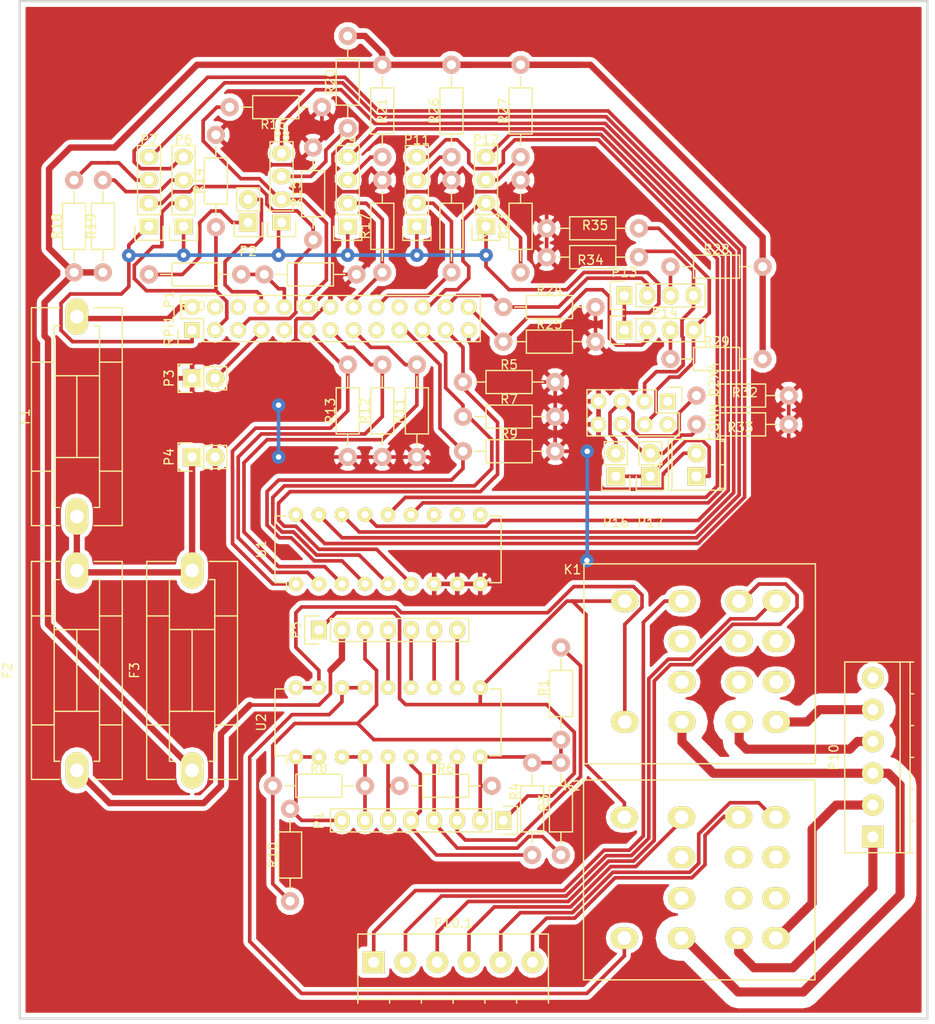
<source format=kicad_pcb>
(kicad_pcb (version 4) (host pcbnew 4.0.2+dfsg1-stable)
  (layers (0 F.Cu signal) (31 B.Cu signal) (34 B.Paste user) (35 F.Paste user) (36 B.SilkS user) (37 F.SilkS user) (38 B.Mask user) (39 F.Mask user) (44 Edge.Cuts user))
  (net 0 "")
  (net 1 "Net-(F1-Pad2)")
  (net 2 "Net-(F1-Pad1)")
  (net 3 "Net-(F2-Pad1)")
  (net 4 "Net-(F3-Pad1)")
  (net 5 "Net-(K1-Pad8)")
  (net 6 "Net-(K1-Pad9)")
  (net 7 "Net-(K1-Pad12)")
  (net 8 "Net-(K1-Pad13)")
  (net 9 "Net-(K1-Pad14)")
  (net 10 "Net-(K2-Pad8)")
  (net 11 "Net-(K2-Pad12)")
  (net 12 "Net-(K2-Pad13)")
  (net 13 "Net-(P1-Pad2)")
  (net 14 "Net-(P1-Pad3)")
  (net 15 "Net-(P1-Pad4)")
  (net 16 "Net-(P1-Pad5)")
  (net 17 "Net-(P1-Pad6)")
  (net 18 "Net-(P2-Pad1)")
  (net 19 "Net-(P2-Pad2)")
  (net 20 "Net-(P11-Pad1)")
  (net 21 "Net-(P3-Pad2)")
  (net 22 "Net-(P5-Pad4)")
  (net 23 "Net-(P5-Pad5)")
  (net 24 "Net-(P5-Pad6)")
  (net 25 "Net-(P5-Pad7)")
  (net 26 "Net-(P6-Pad2)")
  (net 27 "Net-(P6-Pad3)")
  (net 28 "Net-(P6-Pad4)")
  (net 29 "Net-(P7-Pad2)")
  (net 30 "Net-(P7-Pad3)")
  (net 31 "Net-(P7-Pad4)")
  (net 32 "Net-(P8-Pad2)")
  (net 33 "Net-(P8-Pad3)")
  (net 34 "Net-(P8-Pad4)")
  (net 35 "Net-(P9-Pad2)")
  (net 36 "Net-(P9-Pad3)")
  (net 37 "Net-(P9-Pad4)")
  (net 38 "Net-(K1-Pad1)")
  (net 39 "Net-(K1-Pad5)")
  (net 40 "Net-(K2-Pad1)")
  (net 41 "Net-(K2-Pad5)")
  (net 42 "Net-(K1-Pad4)")
  (net 43 "Net-(K2-Pad4)")
  (net 44 "Net-(P11-Pad2)")
  (net 45 "Net-(P12-Pad2)")
  (net 46 "Net-(P13-Pad2)")
  (net 47 "Net-(P14-Pad2)")
  (net 48 "Net-(R5-Pad2)")
  (net 49 "Net-(R7-Pad2)")
  (net 50 "Net-(P1-Pad7)")
  (net 51 "Net-(R9-Pad2)")
  (net 52 "Net-(P1-Pad8)")
  (net 53 "Net-(R11-Pad2)")
  (net 54 "Net-(R12-Pad2)")
  (net 55 "Net-(R13-Pad2)")
  (net 56 "Net-(P11-Pad3)")
  (net 57 "Net-(P12-Pad3)")
  (net 58 "Net-(P13-Pad3)")
  (net 59 "Net-(P14-Pad3)")
  (net 60 "Net-(U1-Pad10)")
  (net 61 "Net-(U1-Pad11)")
  (net 62 "Net-(U1-Pad12)")
  (net 63 "Net-(P12-Pad4)")
  (net 64 "Net-(P11-Pad4)")
  (net 65 "Net-(R30-Pad1)")
  (net 66 "Net-(CONN_02X4-Pad1)")
  (net 67 "Net-(CONN_02X4-Pad2)")
  (net 68 "Net-(CONN_02X4-Pad3)")
  (net 69 "Net-(CONN_02X4-Pad4)")
  (net 70 "Net-(CONN_02X4-Pad5)")
  (net 71 "Net-(CONN_02X4-Pad6)")
  (net 72 "Net-(CONN_02X4-Pad7)")
  (net 73 "Net-(P15-Pad1)")
  (net 74 "Net-(RPi1_P1-Pad4)")
  (net 75 "Net-(RPi1_P1-Pad6)")
  (net 76 "Net-(RPi1_P1-Pad9)")
  (net 77 "Net-(RPi1_P1-Pad17)")
  (net 78 "Net-(RPi1_P1-Pad20)")
  (module Pin_Headers:Pin_Header_Straight_1x04 (layer F.Cu) (at 42.24 57.785 180)
    (fp_text reference P7 (at 0 9.525 180) (layer F.SilkS))
    (fp_text value CONN_TV_Zk)
    (pad 1 thru_hole rect (at 0 0 180) (size 2.032 1.7272) (drill 1.016) (layers *.Cu *.Mask F.SilkS) (net 20 "Net-(P11-Pad1)"))
    (pad 2 thru_hole oval (at 0 2.54 180) (size 2.032 1.7272) (drill 1.016) (layers *.Cu *.Mask F.SilkS) (net 29 "Net-(P7-Pad2)"))
    (pad 3 thru_hole oval (at 0 5.08 180) (size 2.032 1.7272) (drill 1.016) (layers *.Cu *.Mask F.SilkS) (net 30 "Net-(P7-Pad3)"))
    (pad 4 thru_hole oval (at 0 7.62 180) (size 2.032 1.7272) (drill 1.016) (layers *.Cu *.Mask F.SilkS) (net 31 "Net-(P7-Pad4)"))
  )
  (module Resistors_ThroughHole:Resistor_Horizontal_RM10mm (layer F.Cu) (at 37.16 52.705 270)
    (fp_text reference R18 (at 5.08 5.08 270) (layer F.SilkS))
    (fp_text value R240)
    (pad 1 thru_hole circle (at 0 0 270) (size 1.99898 1.99898) (drill 1.00076) (layers *.Cu *.SilkS *.Mask) (net 27 "Net-(P6-Pad3)"))
    (pad 2 thru_hole circle (at 10.16 0 270) (size 1.99898 1.99898) (drill 1.00076) (layers *.Cu *.SilkS *.Mask) (net 4 "Net-(F3-Pad1)"))
  )
  (module Resistors_ThroughHole:Resistor_Horizontal_RM10mm (layer F.Cu) (at 33.985 52.705 270)
    (fp_text reference R19 (at 5.08 -1.905 270) (layer F.SilkS))
    (fp_text value R240)
    (pad 1 thru_hole circle (at 0 0 270) (size 1.99898 1.99898) (drill 1.00076) (layers *.Cu *.SilkS *.Mask) (net 30 "Net-(P7-Pad3)"))
    (pad 2 thru_hole circle (at 10.16 0 270) (size 1.99898 1.99898) (drill 1.00076) (layers *.Cu *.SilkS *.Mask) (net 4 "Net-(F3-Pad1)"))
  )
  (module Pin_Headers:Pin_Header_Straight_1x04 (layer F.Cu) (at 46.05 57.785 180)
    (fp_text reference P6 (at 0 9.525 180) (layer F.SilkS))
    (fp_text value CONN_TV_Vr)
    (pad 1 thru_hole rect (at 0 0 180) (size 2.032 1.7272) (drill 1.016) (layers *.Cu *.Mask F.SilkS) (net 20 "Net-(P11-Pad1)"))
    (pad 2 thru_hole oval (at 0 2.54 180) (size 2.032 1.7272) (drill 1.016) (layers *.Cu *.Mask F.SilkS) (net 26 "Net-(P6-Pad2)"))
    (pad 3 thru_hole oval (at 0 5.08 180) (size 2.032 1.7272) (drill 1.016) (layers *.Cu *.Mask F.SilkS) (net 27 "Net-(P6-Pad3)"))
    (pad 4 thru_hole oval (at 0 7.62 180) (size 2.032 1.7272) (drill 1.016) (layers *.Cu *.Mask F.SilkS) (net 28 "Net-(P6-Pad4)"))
  )
  (module Pin_Headers:Pin_Header_Straight_1x02 (layer F.Cu) (at 46.99 74.515 90)
    (fp_text reference P3 (at 0 -2.54 90) (layer F.SilkS))
    (fp_text value CONN_Reset)
    (pad 1 thru_hole rect (at 0 0 90) (size 2.032 2.032) (drill 1.016) (layers *.Cu *.Mask F.SilkS) (net 72 "Net-(CONN_02X4-Pad7)"))
    (pad 2 thru_hole oval (at 0 2.54 90) (size 2.032 2.032) (drill 1.016) (layers *.Cu *.Mask F.SilkS) (net 21 "Net-(P3-Pad2)"))
  )
  (module Pin_Headers:Pin_Header_Straight_2x13 (layer F.Cu) (at 46.99 69.215 90)
    (fp_text reference RPi1_P1 (at 1.27 -2.54 90) (layer F.SilkS))
    (fp_text value RASPBERRY_IO)
    (pad 1 thru_hole rect (at 0 0 90) (size 1.7272 1.7272) (drill 1.016) (layers *.Cu *.Mask F.SilkS) (net 20 "Net-(P11-Pad1)"))
    (pad 2 thru_hole oval (at 2.54 0 90) (size 1.7272 1.7272) (drill 1.016) (layers *.Cu *.Mask F.SilkS) (net 1 "Net-(F1-Pad2)"))
    (pad 3 thru_hole oval (at 0 2.54 90) (size 1.7272 1.7272) (drill 1.016) (layers *.Cu *.Mask F.SilkS) (net 26 "Net-(P6-Pad2)"))
    (pad 4 thru_hole oval (at 2.54 2.54 90) (size 1.7272 1.7272) (drill 1.016) (layers *.Cu *.Mask F.SilkS) (net 74 "Net-(RPi1_P1-Pad4)"))
    (pad 5 thru_hole oval (at 0 5.08 90) (size 1.7272 1.7272) (drill 1.016) (layers *.Cu *.Mask F.SilkS) (net 29 "Net-(P7-Pad2)"))
    (pad 6 thru_hole oval (at 2.54 5.08 90) (size 1.7272 1.7272) (drill 1.016) (layers *.Cu *.Mask F.SilkS) (net 75 "Net-(RPi1_P1-Pad6)"))
    (pad 7 thru_hole oval (at 0 7.62 90) (size 1.7272 1.7272) (drill 1.016) (layers *.Cu *.Mask F.SilkS) (net 21 "Net-(P3-Pad2)"))
    (pad 8 thru_hole oval (at 2.54 7.62 90) (size 1.7272 1.7272) (drill 1.016) (layers *.Cu *.Mask F.SilkS) (net 19 "Net-(P2-Pad2)"))
    (pad 9 thru_hole oval (at 0 10.16 90) (size 1.7272 1.7272) (drill 1.016) (layers *.Cu *.Mask F.SilkS) (net 76 "Net-(RPi1_P1-Pad9)"))
    (pad 10 thru_hole oval (at 2.54 10.16 90) (size 1.7272 1.7272) (drill 1.016) (layers *.Cu *.Mask F.SilkS) (net 65 "Net-(R30-Pad1)"))
    (pad 11 thru_hole oval (at 0 12.7 90) (size 1.7272 1.7272) (drill 1.016) (layers *.Cu *.Mask F.SilkS) (net 55 "Net-(R13-Pad2)"))
    (pad 12 thru_hole oval (at 2.54 12.7 90) (size 1.7272 1.7272) (drill 1.016) (layers *.Cu *.Mask F.SilkS) (net 32 "Net-(P8-Pad2)"))
    (pad 13 thru_hole oval (at 0 15.24 90) (size 1.7272 1.7272) (drill 1.016) (layers *.Cu *.Mask F.SilkS) (net 54 "Net-(R12-Pad2)"))
    (pad 14 thru_hole oval (at 2.54 15.24 90) (size 1.7272 1.7272) (drill 1.016) (layers *.Cu *.Mask F.SilkS) (net 72 "Net-(CONN_02X4-Pad7)"))
    (pad 15 thru_hole oval (at 0 17.78 90) (size 1.7272 1.7272) (drill 1.016) (layers *.Cu *.Mask F.SilkS) (net 53 "Net-(R11-Pad2)"))
    (pad 16 thru_hole oval (at 2.54 17.78 90) (size 1.7272 1.7272) (drill 1.016) (layers *.Cu *.Mask F.SilkS) (net 35 "Net-(P9-Pad2)"))
    (pad 17 thru_hole oval (at 0 20.32 90) (size 1.7272 1.7272) (drill 1.016) (layers *.Cu *.Mask F.SilkS) (net 77 "Net-(RPi1_P1-Pad17)"))
    (pad 18 thru_hole oval (at 2.54 20.32 90) (size 1.7272 1.7272) (drill 1.016) (layers *.Cu *.Mask F.SilkS) (net 44 "Net-(P11-Pad2)"))
    (pad 19 thru_hole oval (at 0 22.86 90) (size 1.7272 1.7272) (drill 1.016) (layers *.Cu *.Mask F.SilkS) (net 51 "Net-(R9-Pad2)"))
    (pad 20 thru_hole oval (at 2.54 22.86 90) (size 1.7272 1.7272) (drill 1.016) (layers *.Cu *.Mask F.SilkS) (net 78 "Net-(RPi1_P1-Pad20)"))
    (pad 21 thru_hole oval (at 0 25.4 90) (size 1.7272 1.7272) (drill 1.016) (layers *.Cu *.Mask F.SilkS) (net 49 "Net-(R7-Pad2)"))
    (pad 22 thru_hole oval (at 2.54 25.4 90) (size 1.7272 1.7272) (drill 1.016) (layers *.Cu *.Mask F.SilkS) (net 45 "Net-(P12-Pad2)"))
    (pad 23 thru_hole oval (at 0 27.94 90) (size 1.7272 1.7272) (drill 1.016) (layers *.Cu *.Mask F.SilkS) (net 48 "Net-(R5-Pad2)"))
    (pad 24 thru_hole oval (at 2.54 27.94 90) (size 1.7272 1.7272) (drill 1.016) (layers *.Cu *.Mask F.SilkS) (net 46 "Net-(P13-Pad2)"))
    (pad 25 thru_hole oval (at 0 30.48 90) (size 1.7272 1.7272) (drill 1.016) (layers *.Cu *.Mask F.SilkS) (net 72 "Net-(CONN_02X4-Pad7)"))
    (pad 26 thru_hole oval (at 2.54 30.48 90) (size 1.7272 1.7272) (drill 1.016) (layers *.Cu *.Mask F.SilkS) (net 47 "Net-(P14-Pad2)"))
  )
  (module Resistors_ThroughHole:Resistor_Horizontal_RM10mm (layer F.Cu) (at 64.135 83.185 90)
    (fp_text reference R13 (at 5.08 -1.905 90) (layer F.SilkS))
    (fp_text value R10k)
    (pad 1 thru_hole circle (at 0 0 90) (size 1.99898 1.99898) (drill 1.00076) (layers *.Cu *.SilkS *.Mask) (net 72 "Net-(CONN_02X4-Pad7)"))
    (pad 2 thru_hole circle (at 10.16 0 90) (size 1.99898 1.99898) (drill 1.00076) (layers *.Cu *.SilkS *.Mask) (net 55 "Net-(R13-Pad2)"))
  )
  (module Resistors_ThroughHole:Resistor_Horizontal_RM10mm (layer F.Cu) (at 67.945 83.185 90)
    (fp_text reference R12 (at 5.08 -1.905 90) (layer F.SilkS))
    (fp_text value R10k)
    (pad 1 thru_hole circle (at 0 0 90) (size 1.99898 1.99898) (drill 1.00076) (layers *.Cu *.SilkS *.Mask) (net 72 "Net-(CONN_02X4-Pad7)"))
    (pad 2 thru_hole circle (at 10.16 0 90) (size 1.99898 1.99898) (drill 1.00076) (layers *.Cu *.SilkS *.Mask) (net 54 "Net-(R12-Pad2)"))
  )
  (module Resistors_ThroughHole:Resistor_Horizontal_RM10mm (layer F.Cu) (at 71.755 83.185 90)
    (fp_text reference R11 (at 5.08 -1.905 90) (layer F.SilkS))
    (fp_text value R10k)
    (pad 1 thru_hole circle (at 0 0 90) (size 1.99898 1.99898) (drill 1.00076) (layers *.Cu *.SilkS *.Mask) (net 72 "Net-(CONN_02X4-Pad7)"))
    (pad 2 thru_hole circle (at 10.16 0 90) (size 1.99898 1.99898) (drill 1.00076) (layers *.Cu *.SilkS *.Mask) (net 53 "Net-(R11-Pad2)"))
  )
  (module Pin_Headers:Pin_Header_Straight_1x02 (layer F.Cu) (at 53.162 57.37 180)
    (fp_text reference P2 (at 0 -3.175 180) (layer F.SilkS))
    (fp_text value CONN_RS232)
    (pad 1 thru_hole rect (at 0 0 180) (size 2.032 2.032) (drill 1.016) (layers *.Cu *.Mask F.SilkS) (net 18 "Net-(P2-Pad1)"))
    (pad 2 thru_hole oval (at 0 2.54 180) (size 2.032 2.032) (drill 1.016) (layers *.Cu *.Mask F.SilkS) (net 19 "Net-(P2-Pad2)"))
  )
  (module Resistors_ThroughHole:Resistor_Horizontal_RM10mm (layer F.Cu) (at 67.945 50.165 90)
    (fp_text reference R21 (at 5.08 0 90) (layer F.SilkS))
    (fp_text value R240)
    (pad 1 thru_hole circle (at 0 0 90) (size 1.99898 1.99898) (drill 1.00076) (layers *.Cu *.SilkS *.Mask) (net 36 "Net-(P9-Pad3)"))
    (pad 2 thru_hole circle (at 10.16 0 90) (size 1.99898 1.99898) (drill 1.00076) (layers *.Cu *.SilkS *.Mask) (net 4 "Net-(F3-Pad1)"))
  )
  (module Resistors_ThroughHole:Resistor_Horizontal_RM10mm (layer F.Cu) (at 83.185 50.165 90)
    (fp_text reference R27 (at 5.08 -1.905 90) (layer F.SilkS))
    (fp_text value R240)
    (pad 1 thru_hole circle (at 0 0 90) (size 1.99898 1.99898) (drill 1.00076) (layers *.Cu *.SilkS *.Mask) (net 57 "Net-(P12-Pad3)"))
    (pad 2 thru_hole circle (at 10.16 0 90) (size 1.99898 1.99898) (drill 1.00076) (layers *.Cu *.SilkS *.Mask) (net 4 "Net-(F3-Pad1)"))
  )
  (module Resistors_ThroughHole:Resistor_Horizontal_RM10mm (layer F.Cu) (at 64.135 46.99 90)
    (fp_text reference R20 (at 5.08 -1.905 90) (layer F.SilkS))
    (fp_text value R240)
    (pad 1 thru_hole circle (at 0 0 90) (size 1.99898 1.99898) (drill 1.00076) (layers *.Cu *.SilkS *.Mask) (net 33 "Net-(P8-Pad3)"))
    (pad 2 thru_hole circle (at 10.16 0 90) (size 1.99898 1.99898) (drill 1.00076) (layers *.Cu *.SilkS *.Mask) (net 4 "Net-(F3-Pad1)"))
  )
  (module Resistors_ThroughHole:Resistor_Horizontal_RM10mm (layer F.Cu) (at 75.565 50.165 90)
    (fp_text reference R26 (at 5.08 -1.905 90) (layer F.SilkS))
    (fp_text value R240)
    (pad 1 thru_hole circle (at 0 0 90) (size 1.99898 1.99898) (drill 1.00076) (layers *.Cu *.SilkS *.Mask) (net 56 "Net-(P11-Pad3)"))
    (pad 2 thru_hole circle (at 10.16 0 90) (size 1.99898 1.99898) (drill 1.00076) (layers *.Cu *.SilkS *.Mask) (net 4 "Net-(F3-Pad1)"))
  )
  (module Resistors_ThroughHole:Resistor_Horizontal_RM10mm (layer F.Cu) (at 49.606 47.718 270)
    (fp_text reference R14 (at 5.08 1.905 270) (layer F.SilkS))
    (fp_text value R470)
    (pad 1 thru_hole circle (at 0 0 270) (size 1.99898 1.99898) (drill 1.00076) (layers *.Cu *.SilkS *.Mask) (net 72 "Net-(CONN_02X4-Pad7)"))
    (pad 2 thru_hole circle (at 10.16 0 270) (size 1.99898 1.99898) (drill 1.00076) (layers *.Cu *.SilkS *.Mask) (net 26 "Net-(P6-Pad2)"))
  )
  (module Pin_Headers:Pin_Header_Straight_1x04 (layer F.Cu) (at 56.845 57.37 180)
    (fp_text reference P8 (at 0 9.525 180) (layer F.SilkS))
    (fp_text value CONN_TV_GZk)
    (pad 1 thru_hole rect (at 0 0 180) (size 2.032 1.7272) (drill 1.016) (layers *.Cu *.Mask F.SilkS) (net 20 "Net-(P11-Pad1)"))
    (pad 2 thru_hole oval (at 0 2.54 180) (size 2.032 1.7272) (drill 1.016) (layers *.Cu *.Mask F.SilkS) (net 32 "Net-(P8-Pad2)"))
    (pad 3 thru_hole oval (at 0 5.08 180) (size 2.032 1.7272) (drill 1.016) (layers *.Cu *.Mask F.SilkS) (net 33 "Net-(P8-Pad3)"))
    (pad 4 thru_hole oval (at 0 7.62 180) (size 2.032 1.7272) (drill 1.016) (layers *.Cu *.Mask F.SilkS) (net 34 "Net-(P8-Pad4)"))
  )
  (module Pin_Headers:Pin_Header_Straight_1x04 (layer F.Cu) (at 64.135 57.785 180)
    (fp_text reference P9 (at 0 9.525 180) (layer F.SilkS))
    (fp_text value CONN_TS_Vr)
    (pad 1 thru_hole rect (at 0 0 180) (size 2.032 1.7272) (drill 1.016) (layers *.Cu *.Mask F.SilkS) (net 20 "Net-(P11-Pad1)"))
    (pad 2 thru_hole oval (at 0 2.54 180) (size 2.032 1.7272) (drill 1.016) (layers *.Cu *.Mask F.SilkS) (net 35 "Net-(P9-Pad2)"))
    (pad 3 thru_hole oval (at 0 5.08 180) (size 2.032 1.7272) (drill 1.016) (layers *.Cu *.Mask F.SilkS) (net 36 "Net-(P9-Pad3)"))
    (pad 4 thru_hole oval (at 0 7.62 180) (size 2.032 1.7272) (drill 1.016) (layers *.Cu *.Mask F.SilkS) (net 37 "Net-(P9-Pad4)"))
  )
  (module Resistors_ThroughHole:Resistor_Horizontal_RM10mm (layer F.Cu) (at 60.325 49.115 270)
    (fp_text reference R15 (at 5.08 1.905 270) (layer F.SilkS))
    (fp_text value R470)
    (pad 1 thru_hole circle (at 0 0 270) (size 1.99898 1.99898) (drill 1.00076) (layers *.Cu *.SilkS *.Mask) (net 72 "Net-(CONN_02X4-Pad7)"))
    (pad 2 thru_hole circle (at 10.16 0 270) (size 1.99898 1.99898) (drill 1.00076) (layers *.Cu *.SilkS *.Mask) (net 29 "Net-(P7-Pad2)"))
  )
  (module Resistors_ThroughHole:Resistor_Horizontal_RM10mm (layer F.Cu) (at 61.29 44.67 180)
    (fp_text reference R16 (at 5.334 -1.905 180) (layer F.SilkS))
    (fp_text value R10k)
    (pad 1 thru_hole circle (at 0 0 180) (size 1.99898 1.99898) (drill 1.00076) (layers *.Cu *.SilkS *.Mask) (net 72 "Net-(CONN_02X4-Pad7)"))
    (pad 2 thru_hole circle (at 10.16 0 180) (size 1.99898 1.99898) (drill 1.00076) (layers *.Cu *.SilkS *.Mask) (net 32 "Net-(P8-Pad2)"))
  )
  (module Pin_Headers:Pin_Header_Straight_1x04 (layer F.Cu) (at 79.375 57.785 180)
    (fp_text reference P12 (at 0 9.525 180) (layer F.SilkS))
    (fp_text value CONN_TS_Snt)
    (pad 1 thru_hole rect (at 0 0 180) (size 2.032 1.7272) (drill 1.016) (layers *.Cu *.Mask F.SilkS) (net 20 "Net-(P11-Pad1)"))
    (pad 2 thru_hole oval (at 0 2.54 180) (size 2.032 1.7272) (drill 1.016) (layers *.Cu *.Mask F.SilkS) (net 45 "Net-(P12-Pad2)"))
    (pad 3 thru_hole oval (at 0 5.08 180) (size 2.032 1.7272) (drill 1.016) (layers *.Cu *.Mask F.SilkS) (net 57 "Net-(P12-Pad3)"))
    (pad 4 thru_hole oval (at 0 7.62 180) (size 2.032 1.7272) (drill 1.016) (layers *.Cu *.Mask F.SilkS) (net 63 "Net-(P12-Pad4)"))
  )
  (module Pin_Headers:Pin_Header_Straight_1x04 (layer F.Cu) (at 71.755 57.785 180)
    (fp_text reference P11 (at 0 9.525 180) (layer F.SilkS))
    (fp_text value CONN_TS_Zk)
    (pad 1 thru_hole rect (at 0 0 180) (size 2.032 1.7272) (drill 1.016) (layers *.Cu *.Mask F.SilkS) (net 20 "Net-(P11-Pad1)"))
    (pad 2 thru_hole oval (at 0 2.54 180) (size 2.032 1.7272) (drill 1.016) (layers *.Cu *.Mask F.SilkS) (net 44 "Net-(P11-Pad2)"))
    (pad 3 thru_hole oval (at 0 5.08 180) (size 2.032 1.7272) (drill 1.016) (layers *.Cu *.Mask F.SilkS) (net 56 "Net-(P11-Pad3)"))
    (pad 4 thru_hole oval (at 0 7.62 180) (size 2.032 1.7272) (drill 1.016) (layers *.Cu *.Mask F.SilkS) (net 64 "Net-(P11-Pad4)"))
  )
  (module Resistors_ThroughHole:Resistor_Horizontal_RM10mm (layer F.Cu) (at 83.185 52.705 270)
    (fp_text reference R23 (at 5.08 1.905 270) (layer F.SilkS))
    (fp_text value R10k)
    (pad 1 thru_hole circle (at 0 0 270) (size 1.99898 1.99898) (drill 1.00076) (layers *.Cu *.SilkS *.Mask) (net 72 "Net-(CONN_02X4-Pad7)"))
    (pad 2 thru_hole circle (at 10.16 0 270) (size 1.99898 1.99898) (drill 1.00076) (layers *.Cu *.SilkS *.Mask) (net 45 "Net-(P12-Pad2)"))
  )
  (module Resistors_ThroughHole:Resistor_Horizontal_RM10mm (layer F.Cu) (at 75.565 52.705 270)
    (fp_text reference R22 (at 5.32892 -3.50012 270) (layer F.SilkS))
    (fp_text value R10k)
    (pad 1 thru_hole circle (at 0 0 270) (size 1.99898 1.99898) (drill 1.00076) (layers *.Cu *.SilkS *.Mask) (net 72 "Net-(CONN_02X4-Pad7)"))
    (pad 2 thru_hole circle (at 10.16 0 270) (size 1.99898 1.99898) (drill 1.00076) (layers *.Cu *.SilkS *.Mask) (net 44 "Net-(P11-Pad2)"))
  )
  (module Resistors_ThroughHole:Resistor_Horizontal_RM10mm (layer F.Cu) (at 67.945 52.705 270)
    (fp_text reference R17 (at 5.08 1.905 270) (layer F.SilkS))
    (fp_text value R10k)
    (pad 1 thru_hole circle (at 0 0 270) (size 1.99898 1.99898) (drill 1.00076) (layers *.Cu *.SilkS *.Mask) (net 72 "Net-(CONN_02X4-Pad7)"))
    (pad 2 thru_hole circle (at 10.16 0 270) (size 1.99898 1.99898) (drill 1.00076) (layers *.Cu *.SilkS *.Mask) (net 35 "Net-(P9-Pad2)"))
  )
  (module Fuse_Holders_and_Fuses:Fuseholder5x20_horiz_SemiClosed_Casing10x25mm (layer F.Cu) (at 34.29 78.74 90)
    (fp_text reference F1 (at 0 -5.715 90) (layer F.SilkS))
    (fp_text value 1A)
    (pad 2 thru_hole oval (at 11.00074 0) (size 2.49936 4.0005) (drill 1.50114) (layers *.Cu *.Mask F.SilkS) (net 1 "Net-(F1-Pad2)"))
    (pad 1 thru_hole oval (at -11.00074 0) (size 2.49936 4.0005) (drill 1.50114) (layers *.Cu *.Mask F.SilkS) (net 2 "Net-(F1-Pad1)"))
  )
  (module Pin_Headers:Pin_Header_Straight_1x02 (layer F.Cu) (at 46.99 83.185 90)
    (fp_text reference P4 (at 0 -2.54 90) (layer F.SilkS))
    (fp_text value CONN_SUPPLY)
    (pad 1 thru_hole rect (at 0 0 90) (size 2.032 2.032) (drill 1.016) (layers *.Cu *.Mask F.SilkS) (net 2 "Net-(F1-Pad1)"))
    (pad 2 thru_hole oval (at 0 2.54 90) (size 2.032 2.032) (drill 1.016) (layers *.Cu *.Mask F.SilkS) (net 72 "Net-(CONN_02X4-Pad7)"))
  )
  (module Resistors_ThroughHole:Resistor_Horizontal_RM10mm (layer F.Cu) (at 91.44 66.675 180)
    (fp_text reference R24 (at 5.08 1.905 180) (layer F.SilkS))
    (fp_text value R10k)
    (pad 1 thru_hole circle (at 0 0 180) (size 1.99898 1.99898) (drill 1.00076) (layers *.Cu *.SilkS *.Mask) (net 72 "Net-(CONN_02X4-Pad7)"))
    (pad 2 thru_hole circle (at 10.16 0 180) (size 1.99898 1.99898) (drill 1.00076) (layers *.Cu *.SilkS *.Mask) (net 46 "Net-(P13-Pad2)"))
  )
  (module Resistors_ThroughHole:Resistor_Horizontal_RM10mm (layer F.Cu) (at 86.995 82.55 180)
    (fp_text reference R9 (at 5.08 1.905 180) (layer F.SilkS))
    (fp_text value R10k)
    (pad 1 thru_hole circle (at 0 0 180) (size 1.99898 1.99898) (drill 1.00076) (layers *.Cu *.SilkS *.Mask) (net 72 "Net-(CONN_02X4-Pad7)"))
    (pad 2 thru_hole circle (at 10.16 0 180) (size 1.99898 1.99898) (drill 1.00076) (layers *.Cu *.SilkS *.Mask) (net 51 "Net-(R9-Pad2)"))
  )
  (module Resistors_ThroughHole:Resistor_Horizontal_RM10mm (layer F.Cu) (at 91.44 70.485 180)
    (fp_text reference R25 (at 5.08 1.905 180) (layer F.SilkS))
    (fp_text value R10k)
    (pad 1 thru_hole circle (at 0 0 180) (size 1.99898 1.99898) (drill 1.00076) (layers *.Cu *.SilkS *.Mask) (net 72 "Net-(CONN_02X4-Pad7)"))
    (pad 2 thru_hole circle (at 10.16 0 180) (size 1.99898 1.99898) (drill 1.00076) (layers *.Cu *.SilkS *.Mask) (net 47 "Net-(P14-Pad2)"))
  )
  (module Resistors_ThroughHole:Resistor_Horizontal_RM10mm (layer F.Cu) (at 86.995 74.93 180)
    (fp_text reference R5 (at 5.08 1.905 180) (layer F.SilkS))
    (fp_text value R10k)
    (pad 1 thru_hole circle (at 0 0 180) (size 1.99898 1.99898) (drill 1.00076) (layers *.Cu *.SilkS *.Mask) (net 72 "Net-(CONN_02X4-Pad7)"))
    (pad 2 thru_hole circle (at 10.16 0 180) (size 1.99898 1.99898) (drill 1.00076) (layers *.Cu *.SilkS *.Mask) (net 48 "Net-(R5-Pad2)"))
  )
  (module Resistors_ThroughHole:Resistor_Horizontal_RM10mm (layer F.Cu) (at 86.995 78.74 180)
    (fp_text reference R7 (at 5.08 1.905 180) (layer F.SilkS))
    (fp_text value R10k)
    (pad 1 thru_hole circle (at 0 0 180) (size 1.99898 1.99898) (drill 1.00076) (layers *.Cu *.SilkS *.Mask) (net 72 "Net-(CONN_02X4-Pad7)"))
    (pad 2 thru_hole circle (at 10.16 0 180) (size 1.99898 1.99898) (drill 1.00076) (layers *.Cu *.SilkS *.Mask) (net 49 "Net-(R7-Pad2)"))
  )
  (module Pin_Headers:Pin_Header_Straight_1x04 (layer F.Cu) (at 94.615 65.405 90)
    (fp_text reference P13 (at 2.54 0 180) (layer F.SilkS))
    (fp_text value CONN_T_Res)
    (pad 1 thru_hole rect (at 0 0 90) (size 2.032 1.7272) (drill 1.016) (layers *.Cu *.Mask F.SilkS) (net 20 "Net-(P11-Pad1)"))
    (pad 2 thru_hole oval (at 0 2.54 90) (size 2.032 1.7272) (drill 1.016) (layers *.Cu *.Mask F.SilkS) (net 46 "Net-(P13-Pad2)"))
    (pad 3 thru_hole oval (at 0 5.08 90) (size 2.032 1.7272) (drill 1.016) (layers *.Cu *.Mask F.SilkS) (net 58 "Net-(P13-Pad3)"))
    (pad 4 thru_hole oval (at 0 7.62 90) (size 2.032 1.7272) (drill 1.016) (layers *.Cu *.Mask F.SilkS) (net 68 "Net-(CONN_02X4-Pad3)"))
  )
  (module Resistors_ThroughHole:Resistor_Horizontal_RM10mm (layer F.Cu) (at 99.695 72.39)
    (fp_text reference R29 (at 5.08 -1.905) (layer F.SilkS))
    (fp_text value R240)
    (pad 1 thru_hole circle (at 0 0) (size 1.99898 1.99898) (drill 1.00076) (layers *.Cu *.SilkS *.Mask) (net 59 "Net-(P14-Pad3)"))
    (pad 2 thru_hole circle (at 10.16 0) (size 1.99898 1.99898) (drill 1.00076) (layers *.Cu *.SilkS *.Mask) (net 4 "Net-(F3-Pad1)"))
  )
  (module Pin_Headers:Pin_Header_Straight_1x04 (layer F.Cu) (at 94.615 69.215 90)
    (fp_text reference P14 (at 1.905 4.445 180) (layer F.SilkS))
    (fp_text value CONN_T_Res)
    (pad 1 thru_hole rect (at 0 0 90) (size 2.032 1.7272) (drill 1.016) (layers *.Cu *.Mask F.SilkS) (net 20 "Net-(P11-Pad1)"))
    (pad 2 thru_hole oval (at 0 2.54 90) (size 2.032 1.7272) (drill 1.016) (layers *.Cu *.Mask F.SilkS) (net 47 "Net-(P14-Pad2)"))
    (pad 3 thru_hole oval (at 0 5.08 90) (size 2.032 1.7272) (drill 1.016) (layers *.Cu *.Mask F.SilkS) (net 59 "Net-(P14-Pad3)"))
    (pad 4 thru_hole oval (at 0 7.62 90) (size 2.032 1.7272) (drill 1.016) (layers *.Cu *.Mask F.SilkS) (net 69 "Net-(CONN_02X4-Pad4)"))
  )
  (module Resistors_ThroughHole:Resistor_Horizontal_RM10mm (layer F.Cu) (at 99.695 62.23)
    (fp_text reference R28 (at 5.08 -1.905) (layer F.SilkS))
    (fp_text value R240)
    (pad 1 thru_hole circle (at 0 0) (size 1.99898 1.99898) (drill 1.00076) (layers *.Cu *.SilkS *.Mask) (net 58 "Net-(P13-Pad3)"))
    (pad 2 thru_hole circle (at 10.16 0) (size 1.99898 1.99898) (drill 1.00076) (layers *.Cu *.SilkS *.Mask) (net 4 "Net-(F3-Pad1)"))
  )
  (module Housings_DIP:DIP-18_W7.62mm (layer F.Cu) (at 58.42 97.155 90)
    (fp_text reference U1 (at 3.81 -3.81 90) (layer F.SilkS))
    (fp_text value ULN2803)
    (pad 1 thru_hole oval (at 0 0 90) (size 1.6 1.6) (drill 0.8) (layers *.Cu *.Mask F.SilkS) (net 55 "Net-(R13-Pad2)"))
    (pad 2 thru_hole oval (at 0 2.54 90) (size 1.6 1.6) (drill 0.8) (layers *.Cu *.Mask F.SilkS) (net 54 "Net-(R12-Pad2)"))
    (pad 3 thru_hole oval (at 0 5.08 90) (size 1.6 1.6) (drill 0.8) (layers *.Cu *.Mask F.SilkS) (net 53 "Net-(R11-Pad2)"))
    (pad 4 thru_hole oval (at 0 7.62 90) (size 1.6 1.6) (drill 0.8) (layers *.Cu *.Mask F.SilkS) (net 51 "Net-(R9-Pad2)"))
    (pad 5 thru_hole oval (at 0 10.16 90) (size 1.6 1.6) (drill 0.8) (layers *.Cu *.Mask F.SilkS) (net 49 "Net-(R7-Pad2)"))
    (pad 6 thru_hole oval (at 0 12.7 90) (size 1.6 1.6) (drill 0.8) (layers *.Cu *.Mask F.SilkS) (net 48 "Net-(R5-Pad2)"))
    (pad 7 thru_hole oval (at 0 15.24 90) (size 1.6 1.6) (drill 0.8) (layers *.Cu *.Mask F.SilkS) (net 72 "Net-(CONN_02X4-Pad7)"))
    (pad 8 thru_hole oval (at 0 17.78 90) (size 1.6 1.6) (drill 0.8) (layers *.Cu *.Mask F.SilkS) (net 72 "Net-(CONN_02X4-Pad7)"))
    (pad 9 thru_hole oval (at 0 20.32 90) (size 1.6 1.6) (drill 0.8) (layers *.Cu *.Mask F.SilkS) (net 72 "Net-(CONN_02X4-Pad7)"))
    (pad 10 thru_hole oval (at 7.62 20.32 90) (size 1.6 1.6) (drill 0.8) (layers *.Cu *.Mask F.SilkS) (net 60 "Net-(U1-Pad10)"))
    (pad 11 thru_hole oval (at 7.62 17.78 90) (size 1.6 1.6) (drill 0.8) (layers *.Cu *.Mask F.SilkS) (net 61 "Net-(U1-Pad11)"))
    (pad 12 thru_hole oval (at 7.62 15.24 90) (size 1.6 1.6) (drill 0.8) (layers *.Cu *.Mask F.SilkS) (net 62 "Net-(U1-Pad12)"))
    (pad 13 thru_hole oval (at 7.62 12.7 90) (size 1.6 1.6) (drill 0.8) (layers *.Cu *.Mask F.SilkS) (net 63 "Net-(P12-Pad4)"))
    (pad 14 thru_hole oval (at 7.62 10.16 90) (size 1.6 1.6) (drill 0.8) (layers *.Cu *.Mask F.SilkS) (net 64 "Net-(P11-Pad4)"))
    (pad 15 thru_hole oval (at 7.62 7.62 90) (size 1.6 1.6) (drill 0.8) (layers *.Cu *.Mask F.SilkS) (net 37 "Net-(P9-Pad4)"))
    (pad 16 thru_hole oval (at 7.62 5.08 90) (size 1.6 1.6) (drill 0.8) (layers *.Cu *.Mask F.SilkS) (net 34 "Net-(P8-Pad4)"))
    (pad 17 thru_hole oval (at 7.62 2.54 90) (size 1.6 1.6) (drill 0.8) (layers *.Cu *.Mask F.SilkS) (net 31 "Net-(P7-Pad4)"))
    (pad 18 thru_hole oval (at 7.62 0 90) (size 1.6 1.6) (drill 0.8) (layers *.Cu *.Mask F.SilkS) (net 28 "Net-(P6-Pad4)"))
  )
  (module Fuse_Holders_and_Fuses:Fuseholder5x20_horiz_SemiClosed_Casing10x25mm (layer F.Cu) (at 46.99 106.68 90)
    (fp_text reference F3 (at 0 -6.35 90) (layer F.SilkS))
    (fp_text value 1A)
    (pad 2 thru_hole oval (at 11.00074 0) (size 2.49936 4.0005) (drill 1.50114) (layers *.Cu *.Mask F.SilkS) (net 2 "Net-(F1-Pad1)"))
    (pad 1 thru_hole oval (at -11.00074 0) (size 2.49936 4.0005) (drill 1.50114) (layers *.Cu *.Mask F.SilkS) (net 4 "Net-(F3-Pad1)"))
  )
  (module Resistors_ThroughHole:Resistor_Horizontal_RM10mm (layer F.Cu) (at 66.04 119.38 180)
    (fp_text reference R8 (at 5.08 1.905 180) (layer F.SilkS))
    (fp_text value R10k)
    (pad 1 thru_hole circle (at 0 0 180) (size 1.99898 1.99898) (drill 1.00076) (layers *.Cu *.SilkS *.Mask) (net 50 "Net-(P1-Pad7)"))
    (pad 2 thru_hole circle (at 10.16 0 180) (size 1.99898 1.99898) (drill 1.00076) (layers *.Cu *.SilkS *.Mask) (net 13 "Net-(P1-Pad2)"))
  )
  (module Fuse_Holders_and_Fuses:Fuseholder5x20_horiz_SemiClosed_Casing10x25mm (layer F.Cu) (at 34.29 106.68 90)
    (fp_text reference F2 (at 0 -7.62 90) (layer F.SilkS))
    (fp_text value 1A)
    (pad 2 thru_hole oval (at 11.00074 0) (size 2.49936 4.0005) (drill 1.50114) (layers *.Cu *.Mask F.SilkS) (net 2 "Net-(F1-Pad1)"))
    (pad 1 thru_hole oval (at -11.00074 0) (size 2.49936 4.0005) (drill 1.50114) (layers *.Cu *.Mask F.SilkS) (net 3 "Net-(F2-Pad1)"))
  )
  (module Resistors_ThroughHole:Resistor_Horizontal_RM10mm (layer F.Cu) (at 87.63 104.14 270)
    (fp_text reference R1 (at 4.445 1.905 270) (layer F.SilkS))
    (fp_text value R10k)
    (pad 1 thru_hole circle (at 0 0 270) (size 1.99898 1.99898) (drill 1.00076) (layers *.Cu *.SilkS *.Mask) (net 14 "Net-(P1-Pad3)"))
    (pad 2 thru_hole circle (at 10.16 0 270) (size 1.99898 1.99898) (drill 1.00076) (layers *.Cu *.SilkS *.Mask) (net 13 "Net-(P1-Pad2)"))
  )
  (module Resistors_ThroughHole:Resistor_Horizontal_RM10mm (layer F.Cu) (at 87.63 127 90)
    (fp_text reference R3 (at 5.715 -1.905 90) (layer F.SilkS))
    (fp_text value R10k)
    (pad 1 thru_hole circle (at 0 0 90) (size 1.99898 1.99898) (drill 1.00076) (layers *.Cu *.SilkS *.Mask) (net 15 "Net-(P1-Pad4)"))
    (pad 2 thru_hole circle (at 10.16 0 90) (size 1.99898 1.99898) (drill 1.00076) (layers *.Cu *.SilkS *.Mask) (net 13 "Net-(P1-Pad2)"))
  )
  (module Pin_Headers:Pin_Header_Straight_1x07 (layer F.Cu) (at 60.96 102.235 90)
    (fp_text reference P5 (at 0 -2.54 90) (layer F.SilkS))
    (fp_text value CONN_Aux_Res)
    (pad 1 thru_hole rect (at 0 0 90) (size 2.032 1.7272) (drill 1.016) (layers *.Cu *.Mask F.SilkS) (net 9 "Net-(K1-Pad14)"))
    (pad 2 thru_hole oval (at 0 2.54 90) (size 2.032 1.7272) (drill 1.016) (layers *.Cu *.Mask F.SilkS) (net 3 "Net-(F2-Pad1)"))
    (pad 3 thru_hole oval (at 0 5.08 90) (size 2.032 1.7272) (drill 1.016) (layers *.Cu *.Mask F.SilkS) (net 13 "Net-(P1-Pad2)"))
    (pad 4 thru_hole oval (at 0 7.62 90) (size 2.032 1.7272) (drill 1.016) (layers *.Cu *.Mask F.SilkS) (net 22 "Net-(P5-Pad4)"))
    (pad 5 thru_hole oval (at 0 10.16 90) (size 2.032 1.7272) (drill 1.016) (layers *.Cu *.Mask F.SilkS) (net 23 "Net-(P5-Pad5)"))
    (pad 6 thru_hole oval (at 0 12.7 90) (size 2.032 1.7272) (drill 1.016) (layers *.Cu *.Mask F.SilkS) (net 24 "Net-(P5-Pad6)"))
    (pad 7 thru_hole oval (at 0 15.24 90) (size 2.032 1.7272) (drill 1.016) (layers *.Cu *.Mask F.SilkS) (net 25 "Net-(P5-Pad7)"))
  )
  (module Housings_DIP:DIP-18_W7.62mm (layer F.Cu) (at 58.42 116.205 90)
    (fp_text reference U2 (at 3.81 -3.81 90) (layer F.SilkS))
    (fp_text value ULN2803)
    (pad 1 thru_hole oval (at 0 0 90) (size 1.6 1.6) (drill 0.8) (layers *.Cu *.Mask F.SilkS) (net 52 "Net-(P1-Pad8)"))
    (pad 2 thru_hole oval (at 0 2.54 90) (size 1.6 1.6) (drill 0.8) (layers *.Cu *.Mask F.SilkS) (net 52 "Net-(P1-Pad8)"))
    (pad 3 thru_hole oval (at 0 5.08 90) (size 1.6 1.6) (drill 0.8) (layers *.Cu *.Mask F.SilkS) (net 50 "Net-(P1-Pad7)"))
    (pad 4 thru_hole oval (at 0 7.62 90) (size 1.6 1.6) (drill 0.8) (layers *.Cu *.Mask F.SilkS) (net 50 "Net-(P1-Pad7)"))
    (pad 5 thru_hole oval (at 0 10.16 90) (size 1.6 1.6) (drill 0.8) (layers *.Cu *.Mask F.SilkS) (net 17 "Net-(P1-Pad6)"))
    (pad 6 thru_hole oval (at 0 12.7 90) (size 1.6 1.6) (drill 0.8) (layers *.Cu *.Mask F.SilkS) (net 16 "Net-(P1-Pad5)"))
    (pad 7 thru_hole oval (at 0 15.24 90) (size 1.6 1.6) (drill 0.8) (layers *.Cu *.Mask F.SilkS) (net 15 "Net-(P1-Pad4)"))
    (pad 8 thru_hole oval (at 0 17.78 90) (size 1.6 1.6) (drill 0.8) (layers *.Cu *.Mask F.SilkS) (net 14 "Net-(P1-Pad3)"))
    (pad 9 thru_hole oval (at 0 20.32 90) (size 1.6 1.6) (drill 0.8) (layers *.Cu *.Mask F.SilkS) (net 13 "Net-(P1-Pad2)"))
    (pad 10 thru_hole oval (at 7.62 20.32 90) (size 1.6 1.6) (drill 0.8) (layers *.Cu *.Mask F.SilkS) (net 9 "Net-(K1-Pad14)"))
    (pad 11 thru_hole oval (at 7.62 17.78 90) (size 1.6 1.6) (drill 0.8) (layers *.Cu *.Mask F.SilkS) (net 25 "Net-(P5-Pad7)"))
    (pad 12 thru_hole oval (at 7.62 15.24 90) (size 1.6 1.6) (drill 0.8) (layers *.Cu *.Mask F.SilkS) (net 24 "Net-(P5-Pad6)"))
    (pad 13 thru_hole oval (at 7.62 12.7 90) (size 1.6 1.6) (drill 0.8) (layers *.Cu *.Mask F.SilkS) (net 23 "Net-(P5-Pad5)"))
    (pad 14 thru_hole oval (at 7.62 10.16 90) (size 1.6 1.6) (drill 0.8) (layers *.Cu *.Mask F.SilkS) (net 22 "Net-(P5-Pad4)"))
    (pad 15 thru_hole oval (at 7.62 7.62 90) (size 1.6 1.6) (drill 0.8) (layers *.Cu *.Mask F.SilkS) (net 12 "Net-(K2-Pad13)"))
    (pad 16 thru_hole oval (at 7.62 5.08 90) (size 1.6 1.6) (drill 0.8) (layers *.Cu *.Mask F.SilkS) (net 12 "Net-(K2-Pad13)"))
    (pad 17 thru_hole oval (at 7.62 2.54 90) (size 1.6 1.6) (drill 0.8) (layers *.Cu *.Mask F.SilkS) (net 8 "Net-(K1-Pad13)"))
    (pad 18 thru_hole oval (at 7.62 0 90) (size 1.6 1.6) (drill 0.8) (layers *.Cu *.Mask F.SilkS) (net 8 "Net-(K1-Pad13)"))
  )
  (module Resistors_ThroughHole:Resistor_Horizontal_RM10mm (layer F.Cu) (at 57.785 121.92 270)
    (fp_text reference R10 (at 5.08 1.905 270) (layer F.SilkS))
    (fp_text value R10k)
    (pad 1 thru_hole circle (at 0 0 270) (size 1.99898 1.99898) (drill 1.00076) (layers *.Cu *.SilkS *.Mask) (net 52 "Net-(P1-Pad8)"))
    (pad 2 thru_hole circle (at 10.16 0 270) (size 1.99898 1.99898) (drill 1.00076) (layers *.Cu *.SilkS *.Mask) (net 13 "Net-(P1-Pad2)"))
  )
  (module Resistors_ThroughHole:Resistor_Horizontal_RM10mm (layer F.Cu) (at 69.85 119.38)
    (fp_text reference R6 (at 5.08 -1.905) (layer F.SilkS))
    (fp_text value R10k)
    (pad 1 thru_hole circle (at 0 0) (size 1.99898 1.99898) (drill 1.00076) (layers *.Cu *.SilkS *.Mask) (net 17 "Net-(P1-Pad6)"))
    (pad 2 thru_hole circle (at 10.16 0) (size 1.99898 1.99898) (drill 1.00076) (layers *.Cu *.SilkS *.Mask) (net 13 "Net-(P1-Pad2)"))
  )
  (module Resistors_ThroughHole:Resistor_Horizontal_RM10mm (layer F.Cu) (at 84.455 127 90)
    (fp_text reference R4 (at 6.985 -1.905 90) (layer F.SilkS))
    (fp_text value R10k)
    (pad 1 thru_hole circle (at 0 0 90) (size 1.99898 1.99898) (drill 1.00076) (layers *.Cu *.SilkS *.Mask) (net 16 "Net-(P1-Pad5)"))
    (pad 2 thru_hole circle (at 10.16 0 90) (size 1.99898 1.99898) (drill 1.00076) (layers *.Cu *.SilkS *.Mask) (net 13 "Net-(P1-Pad2)"))
  )
  (module Pin_Headers:Pin_Header_Straight_1x08 (layer F.Cu) (at 81.28 123.19 270)
    (fp_text reference P1 (at 0 20.32 270) (layer F.SilkS))
    (fp_text value CONN_SUPPLY2)
    (pad 1 thru_hole rect (at 0 0 270) (size 2.032 1.7272) (drill 1.016) (layers *.Cu *.Mask F.SilkS) (net 9 "Net-(K1-Pad14)"))
    (pad 2 thru_hole oval (at 0 2.54 270) (size 2.032 1.7272) (drill 1.016) (layers *.Cu *.Mask F.SilkS) (net 13 "Net-(P1-Pad2)"))
    (pad 3 thru_hole oval (at 0 5.08 270) (size 2.032 1.7272) (drill 1.016) (layers *.Cu *.Mask F.SilkS) (net 14 "Net-(P1-Pad3)"))
    (pad 4 thru_hole oval (at 0 7.62 270) (size 2.032 1.7272) (drill 1.016) (layers *.Cu *.Mask F.SilkS) (net 15 "Net-(P1-Pad4)"))
    (pad 5 thru_hole oval (at 0 10.16 270) (size 2.032 1.7272) (drill 1.016) (layers *.Cu *.Mask F.SilkS) (net 16 "Net-(P1-Pad5)"))
    (pad 6 thru_hole oval (at 0 12.7 270) (size 2.032 1.7272) (drill 1.016) (layers *.Cu *.Mask F.SilkS) (net 17 "Net-(P1-Pad6)"))
    (pad 7 thru_hole oval (at 0 15.24 270) (size 2.032 1.7272) (drill 1.016) (layers *.Cu *.Mask F.SilkS) (net 50 "Net-(P1-Pad7)"))
    (pad 8 thru_hole oval (at 0 17.78 270) (size 2.032 1.7272) (drill 1.016) (layers *.Cu *.Mask F.SilkS) (net 52 "Net-(P1-Pad8)"))
  )
  (module Terminal_Blocks:TerminalBlock_Pheonix_PT-3.5mm_6pol (layer F.Cu) (at 67 138.8)
    (fp_text reference P10.1 (at 8.75 -4.3) (layer F.SilkS))
    (fp_text value CONN_01X06)
    (pad 2 thru_hole circle (at 3.5 0) (size 2.4 2.4) (drill 1.2) (layers *.Cu *.Mask F.SilkS) (net 42 "Net-(K1-Pad4)"))
    (pad 1 thru_hole rect (at 0 0) (size 2.4 2.4) (drill 1.2) (layers *.Cu *.Mask F.SilkS) (net 7 "Net-(K1-Pad12)"))
    (pad 3 thru_hole circle (at 7 0) (size 2.4 2.4) (drill 1.2) (layers *.Cu *.Mask F.SilkS) (net 5 "Net-(K1-Pad8)"))
    (pad 4 thru_hole circle (at 10.5 0) (size 2.4 2.4) (drill 1.2) (layers *.Cu *.Mask F.SilkS) (net 11 "Net-(K2-Pad12)"))
    (pad 5 thru_hole circle (at 14 0) (size 2.4 2.4) (drill 1.2) (layers *.Cu *.Mask F.SilkS) (net 43 "Net-(K2-Pad4)"))
    (pad 6 thru_hole circle (at 17.5 0) (size 2.4 2.4) (drill 1.2) (layers *.Cu *.Mask F.SilkS) (net 10 "Net-(K2-Pad8)"))
  )
  (module EigenbauFootprints:Relais_FIN94_Print-Socket (layer F.Cu) (at 90.165 94.95 270)
    (fp_text reference K1 (at 0.635 1.27 360) (layer F.SilkS))
    (fp_text value RELAY_Stbsgr)
    (pad 14 thru_hole oval (at 4.1 -4.5 270) (size 2.4 3) (drill 1.5) (layers *.Cu *.Mask F.SilkS) (net 9 "Net-(K1-Pad14)"))
    (pad 13 thru_hole oval (at 17.4 -4.5 270) (size 2.4 3) (drill 1.5) (layers *.Cu *.Mask F.SilkS) (net 8 "Net-(K1-Pad13)"))
    (pad 12 thru_hole oval (at 4.1 -10.8 270) (size 2.4 3) (drill 1.5) (layers *.Cu *.Mask F.SilkS) (net 7 "Net-(K1-Pad12)"))
    (pad 9 thru_hole oval (at 17.4 -10.8 270) (size 2.4 3) (drill 1.5) (layers *.Cu *.Mask F.SilkS) (net 6 "Net-(K1-Pad9)"))
    (pad 11 thru_hole oval (at 8.5 -10.8 270) (size 2.4 3) (drill 1.5) (layers *.Cu *.Mask F.SilkS))
    (pad 10 thru_hole oval (at 13 -10.8 270) (size 2.4 3) (drill 1.5) (layers *.Cu *.Mask F.SilkS))
    (pad 6 thru_hole oval (at 13 -17.1 270) (size 2.4 3) (drill 1.5) (layers *.Cu *.Mask F.SilkS))
    (pad 5 thru_hole oval (at 17.4 -17.1 270) (size 2.4 3) (drill 1.5) (layers *.Cu *.Mask F.SilkS) (net 39 "Net-(K1-Pad5)"))
    (pad 7 thru_hole oval (at 8.5 -17.1 270) (size 2.4 3) (drill 1.5) (layers *.Cu *.Mask F.SilkS))
    (pad 8 thru_hole oval (at 4.1 -17.1 270) (size 2.4 3) (drill 1.5) (layers *.Cu *.Mask F.SilkS) (net 5 "Net-(K1-Pad8)"))
    (pad 4 thru_hole oval (at 4.1 -21.2 270) (size 2.4 3) (drill 1.5) (layers *.Cu *.Mask F.SilkS) (net 42 "Net-(K1-Pad4)"))
    (pad 3 thru_hole oval (at 8.5 -21.2 270) (size 2.4 3) (drill 1.5) (layers *.Cu *.Mask F.SilkS))
    (pad 2 thru_hole oval (at 13 -21.2 270) (size 2.4 3) (drill 1.5) (layers *.Cu *.Mask F.SilkS))
    (pad 1 thru_hole oval (at 17.4 -21.2 270) (size 2.4 3) (drill 1.5) (layers *.Cu *.Mask F.SilkS) (net 38 "Net-(K1-Pad1)"))
  )
  (module EigenbauFootprints:Relais_FIN94_Print-Socket (layer F.Cu) (at 90.115 118.745 270)
    (fp_text reference K2 (at 0.635 1.27 360) (layer F.SilkS))
    (fp_text value RELAY_Hakrsae)
    (pad 14 thru_hole oval (at 4.1 -4.5 270) (size 2.4 3) (drill 1.5) (layers *.Cu *.Mask F.SilkS) (net 9 "Net-(K1-Pad14)"))
    (pad 13 thru_hole oval (at 17.4 -4.5 270) (size 2.4 3) (drill 1.5) (layers *.Cu *.Mask F.SilkS) (net 12 "Net-(K2-Pad13)"))
    (pad 12 thru_hole oval (at 4.1 -10.8 270) (size 2.4 3) (drill 1.5) (layers *.Cu *.Mask F.SilkS) (net 11 "Net-(K2-Pad12)"))
    (pad 9 thru_hole oval (at 17.4 -10.8 270) (size 2.4 3) (drill 1.5) (layers *.Cu *.Mask F.SilkS) (net 6 "Net-(K1-Pad9)"))
    (pad 11 thru_hole oval (at 8.5 -10.8 270) (size 2.4 3) (drill 1.5) (layers *.Cu *.Mask F.SilkS))
    (pad 10 thru_hole oval (at 13 -10.8 270) (size 2.4 3) (drill 1.5) (layers *.Cu *.Mask F.SilkS))
    (pad 6 thru_hole oval (at 13 -17.1 270) (size 2.4 3) (drill 1.5) (layers *.Cu *.Mask F.SilkS))
    (pad 5 thru_hole oval (at 17.4 -17.1 270) (size 2.4 3) (drill 1.5) (layers *.Cu *.Mask F.SilkS) (net 41 "Net-(K2-Pad5)"))
    (pad 7 thru_hole oval (at 8.5 -17.1 270) (size 2.4 3) (drill 1.5) (layers *.Cu *.Mask F.SilkS))
    (pad 8 thru_hole oval (at 4.1 -17.1 270) (size 2.4 3) (drill 1.5) (layers *.Cu *.Mask F.SilkS) (net 10 "Net-(K2-Pad8)"))
    (pad 4 thru_hole oval (at 4.1 -21.2 270) (size 2.4 3) (drill 1.5) (layers *.Cu *.Mask F.SilkS) (net 43 "Net-(K2-Pad4)"))
    (pad 3 thru_hole oval (at 8.5 -21.2 270) (size 2.4 3) (drill 1.5) (layers *.Cu *.Mask F.SilkS))
    (pad 2 thru_hole oval (at 13 -21.2 270) (size 2.4 3) (drill 1.5) (layers *.Cu *.Mask F.SilkS))
    (pad 1 thru_hole oval (at 17.4 -21.2 270) (size 2.4 3) (drill 1.5) (layers *.Cu *.Mask F.SilkS) (net 40 "Net-(K2-Pad1)"))
  )
  (module Resistors_ThroughHole:Resistor_Horizontal_RM10mm (layer F.Cu) (at 52.4 63.085 180)
    (fp_text reference R30 (at 5.32892 -3.50012 180) (layer F.SilkS))
    (fp_text value R6k2)
    (pad 1 thru_hole circle (at 0 0 180) (size 1.99898 1.99898) (drill 1.00076) (layers *.Cu *.SilkS *.Mask) (net 65 "Net-(R30-Pad1)"))
    (pad 2 thru_hole circle (at 10.16 0 180) (size 1.99898 1.99898) (drill 1.00076) (layers *.Cu *.SilkS *.Mask) (net 18 "Net-(P2-Pad1)"))
  )
  (module Resistors_ThroughHole:Resistor_Horizontal_RM10mm (layer F.Cu) (at 65.1 63.085 180)
    (fp_text reference R31 (at 5.32892 -3.50012 180) (layer F.SilkS))
    (fp_text value R12k)
    (pad 1 thru_hole circle (at 0 0 180) (size 1.99898 1.99898) (drill 1.00076) (layers *.Cu *.SilkS *.Mask) (net 72 "Net-(CONN_02X4-Pad7)"))
    (pad 2 thru_hole circle (at 10.16 0 180) (size 1.99898 1.99898) (drill 1.00076) (layers *.Cu *.SilkS *.Mask) (net 65 "Net-(R30-Pad1)"))
  )
  (module Pin_Headers:Pin_Header_Straight_2x04 (layer F.Cu) (at 99.39 77.055 270)
    (fp_text reference CONN_02X4 (at 0 -5.1 270) (layer F.SilkS))
    (fp_text value RPi2_P5)
    (pad 1 thru_hole rect (at 0 0 270) (size 1.7272 1.7272) (drill 1.016) (layers *.Cu *.Mask F.SilkS) (net 66 "Net-(CONN_02X4-Pad1)"))
    (pad 2 thru_hole oval (at 2.54 0 270) (size 1.7272 1.7272) (drill 1.016) (layers *.Cu *.Mask F.SilkS) (net 67 "Net-(CONN_02X4-Pad2)"))
    (pad 3 thru_hole oval (at 0 2.54 270) (size 1.7272 1.7272) (drill 1.016) (layers *.Cu *.Mask F.SilkS) (net 68 "Net-(CONN_02X4-Pad3)"))
    (pad 4 thru_hole oval (at 2.54 2.54 270) (size 1.7272 1.7272) (drill 1.016) (layers *.Cu *.Mask F.SilkS) (net 69 "Net-(CONN_02X4-Pad4)"))
    (pad 5 thru_hole oval (at 0 5.08 270) (size 1.7272 1.7272) (drill 1.016) (layers *.Cu *.Mask F.SilkS) (net 70 "Net-(CONN_02X4-Pad5)"))
    (pad 6 thru_hole oval (at 2.54 5.08 270) (size 1.7272 1.7272) (drill 1.016) (layers *.Cu *.Mask F.SilkS) (net 71 "Net-(CONN_02X4-Pad6)"))
    (pad 7 thru_hole oval (at 0 7.62 270) (size 1.7272 1.7272) (drill 1.016) (layers *.Cu *.Mask F.SilkS) (net 72 "Net-(CONN_02X4-Pad7)"))
    (pad 8 thru_hole oval (at 2.54 7.62 270) (size 1.7272 1.7272) (drill 1.016) (layers *.Cu *.Mask F.SilkS) (net 72 "Net-(CONN_02X4-Pad7)"))
  )
  (module Terminal_Blocks:TerminalBlock_Pheonix_MPT-2.54mm_2pol (layer F.Cu) (at 102.565 85.31 90)
    (fp_text reference P15 (at 1.27 -4.50088 90) (layer F.SilkS))
    (fp_text value CONN_01X02)
    (pad 2 thru_hole oval (at 2.54 0 90) (size 1.99898 1.99898) (drill 1.09728) (layers *.Cu *.Mask F.SilkS) (net 72 "Net-(CONN_02X4-Pad7)"))
    (pad 1 thru_hole rect (at 0 0 90) (size 1.99898 1.99898) (drill 1.09728) (layers *.Cu *.Mask F.SilkS) (net 73 "Net-(P15-Pad1)"))
  )
  (module Pin_Headers:Pin_Header_Straight_1x02 (layer F.Cu) (at 93.675 85.31 180)
    (fp_text reference P16 (at 0 -5.1 180) (layer F.SilkS))
    (fp_text value CONN_01X02)
    (pad 1 thru_hole rect (at 0 0 180) (size 2.032 2.032) (drill 1.016) (layers *.Cu *.Mask F.SilkS) (net 73 "Net-(P15-Pad1)"))
    (pad 2 thru_hole oval (at 0 2.54 180) (size 2.032 2.032) (drill 1.016) (layers *.Cu *.Mask F.SilkS) (net 70 "Net-(CONN_02X4-Pad5)"))
  )
  (module Pin_Headers:Pin_Header_Straight_1x02 (layer F.Cu) (at 97.485 85.31 180)
    (fp_text reference P17 (at 0 -5.1 180) (layer F.SilkS))
    (fp_text value CONN_01X02)
    (pad 1 thru_hole rect (at 0 0 180) (size 2.032 2.032) (drill 1.016) (layers *.Cu *.Mask F.SilkS) (net 73 "Net-(P15-Pad1)"))
    (pad 2 thru_hole oval (at 0 2.54 180) (size 2.032 2.032) (drill 1.016) (layers *.Cu *.Mask F.SilkS) (net 71 "Net-(CONN_02X4-Pad6)"))
  )
  (module Resistors_ThroughHole:Resistor_Horizontal_RM10mm (layer F.Cu) (at 102.565 79.595)
    (fp_text reference R32 (at 5.32892 -3.50012) (layer F.SilkS))
    (fp_text value R10k)
    (pad 1 thru_hole circle (at 0 0) (size 1.99898 1.99898) (drill 1.00076) (layers *.Cu *.SilkS *.Mask) (net 71 "Net-(CONN_02X4-Pad6)"))
    (pad 2 thru_hole circle (at 10.16 0) (size 1.99898 1.99898) (drill 1.00076) (layers *.Cu *.SilkS *.Mask) (net 72 "Net-(CONN_02X4-Pad7)"))
  )
  (module Resistors_ThroughHole:Resistor_Horizontal_RM10mm (layer F.Cu) (at 112.725 76.42 180)
    (fp_text reference R33 (at 5.32892 -3.50012 180) (layer F.SilkS))
    (fp_text value R10k)
    (pad 1 thru_hole circle (at 0 0 180) (size 1.99898 1.99898) (drill 1.00076) (layers *.Cu *.SilkS *.Mask) (net 72 "Net-(CONN_02X4-Pad7)"))
    (pad 2 thru_hole circle (at 10.16 0 180) (size 1.99898 1.99898) (drill 1.00076) (layers *.Cu *.SilkS *.Mask) (net 70 "Net-(CONN_02X4-Pad5)"))
  )
  (module Resistors_ThroughHole:Resistor_Horizontal_RM10mm (layer F.Cu) (at 96.215 58.005 180)
    (fp_text reference R34 (at 5.32892 -3.50012 180) (layer F.SilkS))
    (fp_text value R10k)
    (pad 1 thru_hole circle (at 0 0 180) (size 1.99898 1.99898) (drill 1.00076) (layers *.Cu *.SilkS *.Mask) (net 69 "Net-(CONN_02X4-Pad4)"))
    (pad 2 thru_hole circle (at 10.16 0 180) (size 1.99898 1.99898) (drill 1.00076) (layers *.Cu *.SilkS *.Mask) (net 72 "Net-(CONN_02X4-Pad7)"))
  )
  (module Resistors_ThroughHole:Resistor_Horizontal_RM10mm (layer F.Cu) (at 86.055 61.18)
    (fp_text reference R35 (at 5.32892 -3.50012) (layer F.SilkS))
    (fp_text value R10k)
    (pad 1 thru_hole circle (at 0 0) (size 1.99898 1.99898) (drill 1.00076) (layers *.Cu *.SilkS *.Mask) (net 72 "Net-(CONN_02X4-Pad7)"))
    (pad 2 thru_hole circle (at 10.16 0) (size 1.99898 1.99898) (drill 1.00076) (layers *.Cu *.SilkS *.Mask) (net 68 "Net-(CONN_02X4-Pad3)"))
  )
  (module Terminal_Blocks:TerminalBlock_Pheonix_PT-3.5mm_6pol (layer F.Cu) (at 122 125 90)
    (fp_text reference P10 (at 8.75 -4.3 90) (layer F.SilkS))
    (fp_text value CONN_01X05)
    (pad 2 thru_hole circle (at 3.5 0 90) (size 2.4 2.4) (drill 1.2) (layers *.Cu *.Mask F.SilkS) (net 40 "Net-(K2-Pad1)"))
    (pad 1 thru_hole rect (at 0 0 90) (size 2.4 2.4) (drill 1.2) (layers *.Cu *.Mask F.SilkS) (net 41 "Net-(K2-Pad5)"))
    (pad 3 thru_hole circle (at 7 0 90) (size 2.4 2.4) (drill 1.2) (layers *.Cu *.Mask F.SilkS) (net 6 "Net-(K1-Pad9)"))
    (pad 4 thru_hole circle (at 10.5 0 90) (size 2.4 2.4) (drill 1.2) (layers *.Cu *.Mask F.SilkS) (net 39 "Net-(K1-Pad5)"))
    (pad 5 thru_hole circle (at 14 0 90) (size 2.4 2.4) (drill 1.2) (layers *.Cu *.Mask F.SilkS) (net 38 "Net-(K1-Pad1)"))
    (pad 6 thru_hole circle (at 17.5 0 90) (size 2.4 2.4) (drill 1.2) (layers *.Cu *.Mask F.SilkS))
  )
  (gr_line (start 128 33) (end 28 33) (layer Edge.Cuts) (width 0.254))
  (gr_line (start 28 33) (end 28 145) (layer Edge.Cuts) (width 0.254))
  (gr_line (start 128 145) (end 128 33) (layer Edge.Cuts) (width 0.254))
  (gr_line (start 28 145) (end 128 145) (layer Edge.Cuts) (width 0.254))
  (segment (start 46.99 66.675) (end 45.63142 66.675) (width 0.6) (layer F.Cu) (net 1))
  (segment (start 45.63142 66.675) (end 44.364721 67.941699) (width 0.6) (layer F.Cu) (net 1))
  (segment (start 44.364721 67.941699) (end 43.379598 67.941699) (width 0.6) (layer F.Cu) (net 1))
  (segment (start 43.379598 67.941699) (end 43.376297 67.945) (width 0.6) (layer F.Cu) (net 1))
  (segment (start 43.376297 67.945) (end 34.29 67.945) (width 0.6) (layer F.Cu) (net 1))
  (segment (start 34.29 67.945) (end 34.29 67.73926) (width 0.7) (layer F.Cu) (net 1))
  (segment (start 46.99 83.185) (end 46.99 95.67926) (width 0.7) (layer F.Cu) (net 2))
  (segment (start 46.99 95.67926) (end 46.99 95.885) (width 0.7) (layer F.Cu) (net 2))
  (segment (start 46.99 95.885) (end 34.29 95.885) (width 0.7) (layer F.Cu) (net 2))
  (segment (start 34.29 95.67926) (end 34.29 89.74074) (width 0.7) (layer F.Cu) (net 2))
  (segment (start 34.29 95.885) (end 34.29 95.67926) (width 0.7) (layer F.Cu) (net 2))
  (segment (start 62.23 106.68) (end 62.23 109.22) (width 0.4) (layer F.Cu) (net 3))
  (segment (start 62.23 109.22) (end 60.96 110.49) (width 0.4) (layer F.Cu) (net 3))
  (segment (start 50.165 119.38) (end 48.26 121.285) (width 0.7) (layer F.Cu) (net 3))
  (segment (start 53.34 110.49) (end 50.165 113.665) (width 0.7) (layer F.Cu) (net 3))
  (segment (start 50.165 113.665) (end 50.165 119.38) (width 0.7) (layer F.Cu) (net 3))
  (segment (start 60.96 110.49) (end 53.34 110.49) (width 0.4) (layer F.Cu) (net 3))
  (segment (start 48.26 121.285) (end 37.89426 121.285) (width 0.7) (layer F.Cu) (net 3))
  (segment (start 37.89426 121.285) (end 34.29 117.68074) (width 0.7) (layer F.Cu) (net 3))
  (segment (start 63.5 102.235) (end 63.5 105.41) (width 0.7) (layer F.Cu) (net 3))
  (segment (start 63.5 105.41) (end 62.23 106.68) (width 0.7) (layer F.Cu) (net 3))
  (segment (start 67.945 40.005) (end 47.54 40.005) (width 0.7) (layer F.Cu) (net 4))
  (segment (start 31.115 101.6) (end 46.99 117.475) (width 0.7) (layer F.Cu) (net 4))
  (segment (start 47.54 40.005) (end 38.43 49.115) (width 0.7) (layer F.Cu) (net 4))
  (segment (start 30.734 66.167) (end 30.734 69.85) (width 0.7) (layer F.Cu) (net 4))
  (segment (start 46.99 117.475) (end 46.99 117.68074) (width 0.7) (layer F.Cu) (net 4))
  (segment (start 38.43 49.115) (end 33.579867 49.115) (width 0.7) (layer F.Cu) (net 4))
  (segment (start 33.579867 49.115) (end 31.229427 51.46544) (width 0.7) (layer F.Cu) (net 4))
  (segment (start 34.036 62.865) (end 30.734 66.167) (width 0.7) (layer F.Cu) (net 4))
  (segment (start 31.229427 51.46544) (end 31.229427 60.202543) (width 0.7) (layer F.Cu) (net 4))
  (segment (start 31.229427 60.202543) (end 33.891884 62.865) (width 0.7) (layer F.Cu) (net 4))
  (segment (start 33.891884 62.865) (end 34.036 62.865) (width 0.7) (layer F.Cu) (net 4))
  (segment (start 30.734 69.85) (end 31.115 70.231) (width 0.7) (layer F.Cu) (net 4))
  (segment (start 31.115 70.231) (end 31.115 101.6) (width 0.7) (layer F.Cu) (net 4))
  (segment (start 83.185 40.005) (end 90.867263 40.005) (width 0.7) (layer F.Cu) (net 4))
  (segment (start 90.867263 40.005) (end 109.855 58.992737) (width 0.7) (layer F.Cu) (net 4))
  (segment (start 109.855 58.992737) (end 109.855 62.23) (width 0.7) (layer F.Cu) (net 4))
  (segment (start 33.985 62.865) (end 37.16 62.865) (width 0.7) (layer F.Cu) (net 4))
  (segment (start 109.855 62.23) (end 109.855 72.39) (width 0.7) (layer F.Cu) (net 4))
  (segment (start 64.135 36.83) (end 66.04 36.83) (width 0.7) (layer F.Cu) (net 4))
  (segment (start 66.04 36.83) (end 67.945 38.735) (width 0.7) (layer F.Cu) (net 4))
  (segment (start 67.945 38.735) (end 67.945 40.005) (width 0.7) (layer F.Cu) (net 4))
  (segment (start 75.565 40.005) (end 67.945 40.005) (width 0.7) (layer F.Cu) (net 4))
  (segment (start 77.597 40.005) (end 75.565 40.005) (width 0.7) (layer F.Cu) (net 4))
  (segment (start 75.565 40.005) (end 83.185 40.005) (width 0.7) (layer F.Cu) (net 4))
  (segment (start 83.185 40.005) (end 89.535 40.005) (width 0.7) (layer F.Cu) (net 4))
  (segment (start 107.565 99.05) (end 109.446009 97.168991) (width 0.4) (layer F.Cu) (net 5))
  (segment (start 107.265 99.05) (end 107.565 99.05) (width 0.4) (layer F.Cu) (net 5))
  (segment (start 77.413017 132.114993) (end 74 135.52801) (width 0.4) (layer F.Cu) (net 5))
  (segment (start 113.643219 98.403219) (end 113.643219 99.718694) (width 0.4) (layer F.Cu) (net 5))
  (segment (start 109.446009 97.168991) (end 112.408991 97.168991) (width 0.4) (layer F.Cu) (net 5))
  (segment (start 112.408991 97.168991) (end 113.643219 98.403219) (width 0.4) (layer F.Cu) (net 5))
  (segment (start 113.643219 99.718694) (end 111.761911 101.600002) (width 0.4) (layer F.Cu) (net 5))
  (segment (start 111.761911 101.600002) (end 106.552243 101.600002) (width 0.4) (layer F.Cu) (net 5))
  (segment (start 95.636465 127.669993) (end 92.882924 127.669993) (width 0.4) (layer F.Cu) (net 5))
  (segment (start 106.552243 101.600002) (end 102.107245 106.045001) (width 0.4) (layer F.Cu) (net 5))
  (segment (start 102.107245 106.045001) (end 99.703541 106.045001) (width 0.4) (layer F.Cu) (net 5))
  (segment (start 99.703541 106.045001) (end 97.910995 107.837547) (width 0.4) (layer F.Cu) (net 5))
  (segment (start 92.882924 127.669993) (end 88.437925 132.114993) (width 0.4) (layer F.Cu) (net 5))
  (segment (start 97.910995 107.837547) (end 97.910994 125.395466) (width 0.4) (layer F.Cu) (net 5))
  (segment (start 88.437925 132.114993) (end 77.413017 132.114993) (width 0.4) (layer F.Cu) (net 5))
  (segment (start 97.910994 125.395466) (end 95.636465 127.669993) (width 0.4) (layer F.Cu) (net 5))
  (segment (start 74 135.52801) (end 74 138.8) (width 0.4) (layer F.Cu) (net 5))
  (segment (start 100.915 136.145) (end 101.215 136.145) (width 1) (layer F.Cu) (net 6))
  (segment (start 123.697056 118) (end 122 118) (width 1) (layer F.Cu) (net 6))
  (segment (start 101.215 136.145) (end 107.149426 142.079426) (width 1) (layer F.Cu) (net 6))
  (segment (start 107.149426 142.079426) (end 114.319487 142.079426) (width 1) (layer F.Cu) (net 6))
  (segment (start 114.319487 142.079426) (end 125.000001 131.398912) (width 1) (layer F.Cu) (net 6))
  (segment (start 125.000001 131.398912) (end 125.000001 119.302945) (width 1) (layer F.Cu) (net 6))
  (segment (start 125.000001 119.302945) (end 123.697056 118) (width 1) (layer F.Cu) (net 6))
  (segment (start 100.965 112.35) (end 100.965 114.55) (width 1) (layer F.Cu) (net 6))
  (segment (start 100.965 114.55) (end 104.415 118) (width 1) (layer F.Cu) (net 6))
  (segment (start 104.415 118) (end 122 118) (width 1) (layer F.Cu) (net 6))
  (segment (start 87.940861 130.914971) (end 71.585029 130.914971) (width 0.4) (layer F.Cu) (net 7))
  (segment (start 71.585029 130.914971) (end 67 135.5) (width 0.4) (layer F.Cu) (net 7))
  (segment (start 67 135.5) (end 67 138.8) (width 0.4) (layer F.Cu) (net 7))
  (segment (start 100.965 99.05) (end 99.065 99.05) (width 0.4) (layer F.Cu) (net 7))
  (segment (start 92.385859 126.469973) (end 87.940861 130.914971) (width 0.4) (layer F.Cu) (net 7))
  (segment (start 95.139402 126.469972) (end 92.385859 126.469973) (width 0.4) (layer F.Cu) (net 7))
  (segment (start 97.14 100.96) (end 96.710973 101.389027) (width 0.4) (layer F.Cu) (net 7))
  (segment (start 99.065 99.05) (end 97.155 100.96) (width 0.4) (layer F.Cu) (net 7))
  (segment (start 97.155 100.96) (end 97.14 100.96) (width 0.4) (layer F.Cu) (net 7))
  (segment (start 96.710973 101.389027) (end 96.710973 124.898401) (width 0.4) (layer F.Cu) (net 7))
  (segment (start 96.710973 124.898401) (end 95.139402 126.469972) (width 0.4) (layer F.Cu) (net 7))
  (segment (start 60.96 106.68) (end 60.96 108.585) (width 0.4) (layer F.Cu) (net 8))
  (segment (start 60.96 108.585) (end 58.42 108.585) (width 0.4) (layer F.Cu) (net 8))
  (segment (start 58.42 104.14) (end 60.96 106.68) (width 0.4) (layer F.Cu) (net 8))
  (segment (start 58.42 100.33) (end 58.42 104.14) (width 0.4) (layer F.Cu) (net 8))
  (segment (start 59.055 99.695) (end 58.42 100.33) (width 0.4) (layer F.Cu) (net 8))
  (segment (start 86.146458 100.33) (end 70.063542 100.33) (width 0.4) (layer F.Cu) (net 8))
  (segment (start 69.428542 99.695) (end 59.055 99.695) (width 0.4) (layer F.Cu) (net 8))
  (segment (start 70.063542 100.33) (end 69.428542 99.695) (width 0.4) (layer F.Cu) (net 8))
  (segment (start 89.026468 97.44999) (end 86.146458 100.33) (width 0.4) (layer F.Cu) (net 8))
  (segment (start 95.627745 97.44999) (end 89.026468 97.44999) (width 0.4) (layer F.Cu) (net 8))
  (segment (start 94.665 112.35) (end 94.665 101.612755) (width 0.4) (layer F.Cu) (net 8))
  (segment (start 96.56501 99.712745) (end 96.56501 98.387255) (width 0.4) (layer F.Cu) (net 8))
  (segment (start 94.665 101.612755) (end 96.56501 99.712745) (width 0.4) (layer F.Cu) (net 8))
  (segment (start 96.56501 98.387255) (end 95.627745 97.44999) (width 0.4) (layer F.Cu) (net 8))
  (segment (start 86.0552 110.4392) (end 78.74 110.4392) (width 0.4) (layer F.Cu) (net 9))
  (segment (start 78.74 110.4392) (end 78.74 110.3884) (width 0.4) (layer F.Cu) (net 9))
  (segment (start 86.0425 110.4265) (end 86.0552 110.4392) (width 0.4) (layer F.Cu) (net 9))
  (segment (start 78.74 110.3884) (end 78.74 110.4392) (width 0.4) (layer F.Cu) (net 9))
  (segment (start 78.74 108.585) (end 78.74 110.4392) (width 0.4) (layer F.Cu) (net 9))
  (segment (start 69.85 109.7788) (end 69.85 109.22) (width 0.4) (layer F.Cu) (net 9))
  (segment (start 70.5104 110.4392) (end 69.85 109.7788) (width 0.4) (layer F.Cu) (net 9))
  (segment (start 76.9112 110.4392) (end 70.5104 110.4392) (width 0.4) (layer F.Cu) (net 9))
  (segment (start 78.74 110.4392) (end 76.9112 110.4392) (width 0.4) (layer F.Cu) (net 9))
  (segment (start 69.85 100.965) (end 69.85 109.22) (width 0.4) (layer F.Cu) (net 9))
  (segment (start 78.74 108.585) (end 88.275 99.05) (width 0.4) (layer F.Cu) (net 9))
  (segment (start 69.215 100.33) (end 69.85 100.965) (width 0.4) (layer F.Cu) (net 9))
  (segment (start 60.96 102.235) (end 60.96 101.6) (width 0.4) (layer F.Cu) (net 9))
  (segment (start 62.865 100.33) (end 60.96 102.235) (width 0.4) (layer F.Cu) (net 9))
  (segment (start 62.865 100.33) (end 69.215 100.33) (width 0.4) (layer F.Cu) (net 9))
  (segment (start 81.915 122.555) (end 81.915 122.555) (width 0.4) (layer F.Cu) (net 9))
  (segment (start 83.9724 120.4976) (end 81.28 123.19) (width 0.4) (layer F.Cu) (net 9))
  (segment (start 81.28 123.19) (end 81.28 123.825) (width 0.4) (layer F.Cu) (net 9))
  (segment (start 86.614 120.4976) (end 83.9724 120.4976) (width 0.4) (layer F.Cu) (net 9))
  (segment (start 86.0552 110.4392) (end 89.1032 113.4872) (width 0.4) (layer F.Cu) (net 9))
  (segment (start 90.38901 117.01901) (end 90.38901 100.54901) (width 0.4) (layer F.Cu) (net 9))
  (segment (start 89.1032 113.4872) (end 89.1032 118.0084) (width 0.4) (layer F.Cu) (net 9))
  (segment (start 89.1032 118.0084) (end 86.614 120.4976) (width 0.4) (layer F.Cu) (net 9))
  (segment (start 88.9 99.06) (end 88.9 99.05) (width 0.4) (layer F.Cu) (net 9))
  (segment (start 88.275 99.05) (end 88.9 99.05) (width 0.4) (layer F.Cu) (net 9))
  (segment (start 90.38901 100.54901) (end 88.9 99.06) (width 0.4) (layer F.Cu) (net 9))
  (segment (start 88.9 99.05) (end 94.665 99.05) (width 0.4) (layer F.Cu) (net 9))
  (segment (start 94.615 122.845) (end 94.615 121.245) (width 0.4) (layer F.Cu) (net 9))
  (segment (start 94.615 121.245) (end 90.38901 117.01901) (width 0.4) (layer F.Cu) (net 9))
  (segment (start 86.04999 133.95001) (end 84.5 135.5) (width 0.4) (layer F.Cu) (net 10))
  (segment (start 88.513532 133.95001) (end 86.04999 133.95001) (width 0.4) (layer F.Cu) (net 10))
  (segment (start 84.5 135.5) (end 84.5 138.8) (width 0.4) (layer F.Cu) (net 10))
  (segment (start 89.148533 133.950009) (end 88.513532 133.95001) (width 0.4) (layer F.Cu) (net 10))
  (segment (start 103.505 128.066297) (end 102.066288 129.505009) (width 0.4) (layer F.Cu) (net 10))
  (segment (start 103.505 124.840787) (end 103.505 128.066297) (width 0.4) (layer F.Cu) (net 10))
  (segment (start 93.593533 129.505009) (end 89.148533 133.950009) (width 0.4) (layer F.Cu) (net 10))
  (segment (start 102.066288 129.505009) (end 93.593533 129.505009) (width 0.4) (layer F.Cu) (net 10))
  (segment (start 107.215 122.845) (end 105.700001 122.845) (width 0.4) (layer F.Cu) (net 10))
  (segment (start 105.700001 122.845) (end 105.600394 122.745393) (width 0.4) (layer F.Cu) (net 10))
  (segment (start 105.600394 122.745393) (end 103.505 124.840787) (width 0.4) (layer F.Cu) (net 10))
  (segment (start 88.686458 132.715) (end 80.285 132.715) (width 0.4) (layer F.Cu) (net 11))
  (segment (start 80.285 132.715) (end 77.5 135.5) (width 0.4) (layer F.Cu) (net 11))
  (segment (start 77.5 135.5) (end 77.5 138.8) (width 0.4) (layer F.Cu) (net 11))
  (segment (start 100.915 122.845) (end 100.915 123.24) (width 0.4) (layer F.Cu) (net 11))
  (segment (start 100.915 123.24) (end 95.885 128.27) (width 0.4) (layer F.Cu) (net 11))
  (segment (start 95.885 128.27) (end 93.131458 128.27) (width 0.4) (layer F.Cu) (net 11))
  (segment (start 93.131458 128.27) (end 88.686458 132.715) (width 0.4) (layer F.Cu) (net 11))
  (segment (start 63.5 108.585) (end 63.5 110.135237) (width 0.4) (layer F.Cu) (net 12))
  (segment (start 63.5 110.135237) (end 62.090207 111.54503) (width 0.4) (layer F.Cu) (net 12))
  (segment (start 62.090207 111.54503) (end 57.99997 111.54503) (width 0.4) (layer F.Cu) (net 12))
  (segment (start 57.99997 111.54503) (end 53.34 116.205) (width 0.4) (layer F.Cu) (net 12))
  (segment (start 53.34 116.205) (end 53.34 136.525) (width 0.4) (layer F.Cu) (net 12))
  (segment (start 53.34 136.525) (end 59.055 142.24) (width 0.4) (layer F.Cu) (net 12))
  (segment (start 59.055 142.24) (end 90.48 142.24) (width 0.4) (layer F.Cu) (net 12))
  (segment (start 90.48 142.24) (end 94.615 138.105) (width 0.4) (layer F.Cu) (net 12))
  (segment (start 94.615 138.105) (end 94.615 136.145) (width 0.4) (layer F.Cu) (net 12))
  (segment (start 66.04 108.585) (end 63.5 108.585) (width 0.4) (layer F.Cu) (net 12))
  (segment (start 66.9955 114.3) (end 66.9955 114.288238) (width 0.4) (layer F.Cu) (net 13))
  (segment (start 66.9955 114.288238) (end 65.228231 112.520969) (width 0.4) (layer F.Cu) (net 13))
  (segment (start 87.63 114.3) (end 66.9955 114.3) (width 0.4) (layer F.Cu) (net 13))
  (segment (start 65.9892 111.76) (end 65.228231 112.520969) (width 0.4) (layer F.Cu) (net 13))
  (segment (start 65.228231 112.520969) (end 58.294031 112.520969) (width 0.4) (layer F.Cu) (net 13))
  (segment (start 55.88 114.935) (end 55.88 119.38) (width 0.4) (layer F.Cu) (net 13))
  (segment (start 58.294031 112.520969) (end 55.88 114.935) (width 0.4) (layer F.Cu) (net 13))
  (segment (start 78.74 116.205) (end 83.82 116.205) (width 0.4) (layer F.Cu) (net 13))
  (segment (start 87.63 116.84) (end 87.63 114.3) (width 0.4) (layer F.Cu) (net 13))
  (segment (start 84.455 116.84) (end 87.63 116.84) (width 0.4) (layer F.Cu) (net 13))
  (segment (start 83.82 116.205) (end 84.455 116.84) (width 0.4) (layer F.Cu) (net 13))
  (segment (start 55.88 119.38) (end 55.88 130.175) (width 0.4) (layer F.Cu) (net 13))
  (segment (start 55.88 130.175) (end 57.785 132.08) (width 0.4) (layer F.Cu) (net 13))
  (segment (start 66.04 105.41) (end 67.31 106.68) (width 0.4) (layer F.Cu) (net 13))
  (segment (start 67.31 106.68) (end 67.31 110.49) (width 0.4) (layer F.Cu) (net 13))
  (segment (start 67.31 110.49) (end 66.04 111.76) (width 0.4) (layer F.Cu) (net 13))
  (segment (start 66.04 111.76) (end 65.9892 111.76) (width 0.4) (layer F.Cu) (net 13))
  (segment (start 66.04 102.235) (end 66.04 105.41) (width 0.4) (layer F.Cu) (net 13))
  (segment (start 78.74 119.38) (end 80.01 119.38) (width 0.4) (layer F.Cu) (net 13))
  (segment (start 78.74 119.38) (end 78.74 123.19) (width 0.4) (layer F.Cu) (net 13))
  (segment (start 78.74 116.205) (end 78.74 119.38) (width 0.4) (layer F.Cu) (net 13))
  (segment (start 76.2 123.19) (end 76.2 116.205) (width 0.4) (layer F.Cu) (net 14))
  (segment (start 77.089 125.349) (end 82.677 125.349) (width 0.4) (layer F.Cu) (net 14))
  (segment (start 76.2 124.46) (end 77.089 125.349) (width 0.4) (layer F.Cu) (net 14))
  (segment (start 76.2 123.19) (end 76.2 124.46) (width 0.4) (layer F.Cu) (net 14))
  (segment (start 89.789 118.364) (end 89.789 106.172) (width 0.4) (layer F.Cu) (net 14))
  (segment (start 89.789 106.172) (end 87.63 104.14) (width 0.4) (layer F.Cu) (net 14))
  (segment (start 82.677 125.349) (end 89.789 118.364) (width 0.4) (layer F.Cu) (net 14))
  (segment (start 73.66 123.444) (end 76.2 126.238) (width 0.4) (layer F.Cu) (net 15))
  (segment (start 73.66 123.19) (end 73.66 123.444) (width 0.4) (layer F.Cu) (net 15))
  (segment (start 73.66 123.19) (end 73.66 116.205) (width 0.4) (layer F.Cu) (net 15))
  (segment (start 84.074 124.968) (end 85.598 124.968) (width 0.4) (layer F.Cu) (net 15))
  (segment (start 82.804 126.238) (end 84.074 124.968) (width 0.4) (layer F.Cu) (net 15))
  (segment (start 76.2 126.238) (end 82.804 126.238) (width 0.4) (layer F.Cu) (net 15))
  (segment (start 85.598 124.968) (end 87.63 127) (width 0.4) (layer F.Cu) (net 15))
  (segment (start 71.12 116.205) (end 71.12 117.094) (width 0.4) (layer F.Cu) (net 16))
  (segment (start 71.12 117.094) (end 72.136 118.11) (width 0.4) (layer F.Cu) (net 16))
  (segment (start 71.12 123.19) (end 71.12 123.952) (width 0.4) (layer F.Cu) (net 16))
  (segment (start 71.12 123.19) (end 71.12 123.825) (width 0.4) (layer F.Cu) (net 16))
  (segment (start 71.12 123.952) (end 73.914 127) (width 0.4) (layer F.Cu) (net 16))
  (segment (start 72.136 118.11) (end 72.136 122.174) (width 0.4) (layer F.Cu) (net 16))
  (segment (start 72.136 122.174) (end 71.12 123.19) (width 0.4) (layer F.Cu) (net 16))
  (segment (start 83.947 127) (end 84.455 127) (width 0.4) (layer F.Cu) (net 16))
  (segment (start 73.914 127) (end 83.947 127) (width 0.4) (layer F.Cu) (net 16))
  (segment (start 68.58 119.38) (end 69.85 119.38) (width 0.4) (layer F.Cu) (net 17))
  (segment (start 68.58 116.205) (end 68.58 119.38) (width 0.4) (layer F.Cu) (net 17))
  (segment (start 68.58 119.38) (end 68.58 123.19) (width 0.4) (layer F.Cu) (net 17))
  (segment (start 42.24 63.085) (end 42.247074 63.092074) (width 0.4) (layer F.Cu) (net 18))
  (segment (start 42.247074 63.092074) (end 45.915926 63.092074) (width 0.4) (layer F.Cu) (net 18))
  (segment (start 49.098 56.1) (end 50.147339 56.1) (width 0.4) (layer F.Cu) (net 18))
  (segment (start 45.915926 63.092074) (end 47.828 61.18) (width 0.4) (layer F.Cu) (net 18))
  (segment (start 47.828 61.18) (end 47.828 57.37) (width 0.4) (layer F.Cu) (net 18))
  (segment (start 51.417339 57.37) (end 53.162 57.37) (width 0.4) (layer F.Cu) (net 18))
  (segment (start 47.828 57.37) (end 49.098 56.1) (width 0.4) (layer F.Cu) (net 18))
  (segment (start 50.147339 56.1) (end 51.417339 57.37) (width 0.4) (layer F.Cu) (net 18))
  (segment (start 54.61 66.675) (end 54.61 65.453686) (width 0.4) (layer F.Cu) (net 19))
  (segment (start 54.61 65.453686) (end 54.146314 64.99) (width 0.4) (layer F.Cu) (net 19))
  (segment (start 54.146314 64.99) (end 51.384 64.99) (width 0.4) (layer F.Cu) (net 19))
  (segment (start 51.384 64.99) (end 50.622 64.228) (width 0.4) (layer F.Cu) (net 19))
  (segment (start 54.624173 59.209827) (end 54.624173 54.855333) (width 0.4) (layer F.Cu) (net 19))
  (segment (start 54.624173 54.855333) (end 54.59884 54.83) (width 0.4) (layer F.Cu) (net 19))
  (segment (start 50.622 64.228) (end 50.622 61.688) (width 0.4) (layer F.Cu) (net 19))
  (segment (start 52.4 59.91) (end 53.924 59.91) (width 0.4) (layer F.Cu) (net 19))
  (segment (start 50.622 61.688) (end 52.4 59.91) (width 0.4) (layer F.Cu) (net 19))
  (segment (start 53.924 59.91) (end 54.624173 59.209827) (width 0.4) (layer F.Cu) (net 19))
  (segment (start 54.59884 54.83) (end 53.162 54.83) (width 0.4) (layer F.Cu) (net 19))
  (segment (start 46.99 69.215) (end 46.99 70.485) (width 0.4) (layer F.Cu) (net 20))
  (segment (start 46.99 70.485) (end 33.810735 70.485) (width 0.4) (layer F.Cu) (net 20))
  (segment (start 33.810735 70.485) (end 32.54031 69.214575) (width 0.4) (layer F.Cu) (net 20))
  (segment (start 32.54031 69.214575) (end 32.54031 66.263945) (width 0.4) (layer F.Cu) (net 20))
  (segment (start 32.54031 66.263945) (end 33.565255 65.239) (width 0.4) (layer F.Cu) (net 20))
  (segment (start 33.565255 65.239) (end 39.197 65.239) (width 0.4) (layer F.Cu) (net 20))
  (segment (start 39.197 65.239) (end 40.019262 64.416738) (width 0.4) (layer F.Cu) (net 20))
  (segment (start 40.019262 64.416738) (end 40.019262 60.994261) (width 0.4) (layer F.Cu) (net 20))
  (segment (start 46.05 60.96) (end 40.053523 60.96) (width 0.4) (layer B.Cu) (net 20))
  (segment (start 40.019262 59.853338) (end 40.019262 59.933601) (width 0.4) (layer F.Cu) (net 20))
  (segment (start 42.0876 57.785) (end 40.019262 59.853338) (width 0.4) (layer F.Cu) (net 20))
  (segment (start 42.24 57.785) (end 42.0876 57.785) (width 0.4) (layer F.Cu) (net 20))
  (segment (start 40.053523 60.96) (end 40.019262 60.994261) (width 0.4) (layer B.Cu) (net 20))
  (segment (start 40.019262 59.933601) (end 40.019262 60.994261) (width 0.4) (layer F.Cu) (net 20))
  (via (at 40.019262 60.994261) (size 1.5) (drill 0.6) (layers F.Cu B.Cu) (net 20))
  (segment (start 56.515 60.96) (end 56.515 57.7) (width 0.4) (layer F.Cu) (net 20))
  (segment (start 56.515 57.7) (end 56.845 57.37) (width 0.4) (layer F.Cu) (net 20))
  (segment (start 46.05 60.96) (end 46.05 57.785) (width 0.4) (layer F.Cu) (net 20))
  (via (at 46.05 60.96) (size 1.5) (drill 0.6) (layers F.Cu B.Cu) (net 20))
  (segment (start 56.515 60.96) (end 46.05 60.96) (width 0.4) (layer B.Cu) (net 20))
  (via (at 56.515 60.96) (size 1.5) (drill 0.6) (layers F.Cu B.Cu) (net 20))
  (via (at 71.755 60.96) (size 1.5) (drill 0.6) (layers F.Cu B.Cu) (net 20))
  (via (at 64.135 60.96) (size 1.5) (drill 0.6) (layers F.Cu B.Cu) (net 20))
  (via (at 79.375 60.96) (size 1.5) (drill 0.6) (layers F.Cu B.Cu) (net 20))
  (segment (start 64.135 60.96) (end 71.755 60.96) (width 0.4) (layer B.Cu) (net 20))
  (segment (start 56.515 60.96) (end 64.135 60.96) (width 0.4) (layer B.Cu) (net 20))
  (segment (start 79.375 62.23) (end 81.915 64.77) (width 0.4) (layer F.Cu) (net 20))
  (segment (start 71.755 60.96) (end 71.755 57.785) (width 0.4) (layer F.Cu) (net 20))
  (segment (start 88.265 64.77) (end 90.17 62.865) (width 0.4) (layer F.Cu) (net 20))
  (segment (start 79.375 60.96) (end 79.375 62.23) (width 0.4) (layer F.Cu) (net 20))
  (segment (start 94.615 67.31) (end 94.615 69.215) (width 0.4) (layer F.Cu) (net 20))
  (segment (start 97.155 62.865) (end 98.425 64.135) (width 0.4) (layer F.Cu) (net 20))
  (segment (start 98.425 64.135) (end 98.41992 66.30416) (width 0.4) (layer F.Cu) (net 20))
  (segment (start 90.17 62.865) (end 97.155 62.865) (width 0.4) (layer F.Cu) (net 20))
  (segment (start 94.615 65.405) (end 94.615 67.31) (width 0.4) (layer F.Cu) (net 20))
  (segment (start 71.755 60.96) (end 79.375 60.96) (width 0.4) (layer B.Cu) (net 20))
  (segment (start 64.135 60.96) (end 64.135 57.785) (width 0.4) (layer F.Cu) (net 20))
  (segment (start 79.375 60.96) (end 79.375 57.785) (width 0.4) (layer F.Cu) (net 20))
  (segment (start 81.915 64.77) (end 88.265 64.77) (width 0.4) (layer F.Cu) (net 20))
  (segment (start 98.41992 66.30416) (end 97.36328 67.31) (width 0.4) (layer F.Cu) (net 20))
  (segment (start 97.36328 67.31) (end 94.615 67.31) (width 0.4) (layer F.Cu) (net 20))
  (segment (start 49.53 74.515) (end 54.61 69.435) (width 0.4) (layer F.Cu) (net 21))
  (segment (start 54.61 69.435) (end 54.61 69.215) (width 0.4) (layer F.Cu) (net 21))
  (segment (start 68.58 108.585) (end 68.58 102.235) (width 0.4) (layer F.Cu) (net 22))
  (segment (start 71.12 108.585) (end 71.12 102.235) (width 0.4) (layer F.Cu) (net 23))
  (segment (start 73.66 108.585) (end 73.66 102.235) (width 0.4) (layer F.Cu) (net 24))
  (segment (start 76.2 108.585) (end 76.2 102.235) (width 0.4) (layer F.Cu) (net 25))
  (segment (start 40.619272 62.096253) (end 40.619272 63.53552) (width 0.4) (layer F.Cu) (net 26))
  (segment (start 40.619272 63.53552) (end 41.961296 64.877544) (width 0.4) (layer F.Cu) (net 26))
  (segment (start 41.961296 64.877544) (end 49.615472 64.877544) (width 0.4) (layer F.Cu) (net 26))
  (segment (start 43.656001 60.017999) (end 42.697526 60.017999) (width 0.4) (layer F.Cu) (net 26))
  (segment (start 42.697526 60.017999) (end 40.619272 62.096253) (width 0.4) (layer F.Cu) (net 26))
  (segment (start 46.05 55.245) (end 44.634 55.245) (width 0.4) (layer F.Cu) (net 26))
  (segment (start 44.634 55.245) (end 43.656001 56.222999) (width 0.4) (layer F.Cu) (net 26))
  (segment (start 43.656001 56.222999) (end 43.656001 60.017999) (width 0.4) (layer F.Cu) (net 26))
  (segment (start 49.53 69.215) (end 50.809417 67.935583) (width 0.4) (layer F.Cu) (net 26))
  (segment (start 50.809417 67.935583) (end 50.809417 67.284547) (width 0.4) (layer F.Cu) (net 26))
  (segment (start 50.809417 67.284547) (end 50.806399 67.281529) (width 0.4) (layer F.Cu) (net 26))
  (segment (start 50.806399 67.281529) (end 50.806399 66.068471) (width 0.4) (layer F.Cu) (net 26))
  (segment (start 50.806399 66.068471) (end 49.615472 64.877544) (width 0.4) (layer F.Cu) (net 26))
  (segment (start 49.615472 64.877544) (end 49.615472 57.887472) (width 0.4) (layer F.Cu) (net 26))
  (segment (start 49.615472 57.887472) (end 49.606 57.878) (width 0.4) (layer F.Cu) (net 26))
  (segment (start 38.43 52.705) (end 37.16 52.705) (width 0.4) (layer F.Cu) (net 27))
  (segment (start 38.43 52.705) (end 39.69361 53.96861) (width 0.4) (layer F.Cu) (net 27))
  (segment (start 39.69361 53.96861) (end 43.37039 53.96861) (width 0.4) (layer F.Cu) (net 27))
  (segment (start 43.37039 53.96861) (end 44.634 52.705) (width 0.4) (layer F.Cu) (net 27))
  (segment (start 44.634 52.705) (end 46.05 52.705) (width 0.4) (layer F.Cu) (net 27))
  (segment (start 58.42 89.535) (end 61.595 92.71) (width 0.4) (layer F.Cu) (net 28))
  (segment (start 61.595 92.71) (end 102.760742 92.71) (width 0.4) (layer F.Cu) (net 28))
  (segment (start 42.918734 51.44432) (end 44.61828 51.44432) (width 0.4) (layer F.Cu) (net 28))
  (segment (start 67.523543 45.085) (end 63.821517 41.382974) (width 0.4) (layer F.Cu) (net 28))
  (segment (start 102.760742 92.71) (end 107.864612 87.60613) (width 0.4) (layer F.Cu) (net 28))
  (segment (start 107.864612 87.60613) (end 107.864612 60.120329) (width 0.4) (layer F.Cu) (net 28))
  (segment (start 40.603849 49.481151) (end 40.603849 50.702764) (width 0.4) (layer F.Cu) (net 28))
  (segment (start 107.864612 60.120329) (end 92.829283 45.085) (width 0.4) (layer F.Cu) (net 28))
  (segment (start 92.829283 45.085) (end 67.523543 45.085) (width 0.4) (layer F.Cu) (net 28))
  (segment (start 63.821517 41.382974) (end 48.702026 41.382974) (width 0.4) (layer F.Cu) (net 28))
  (segment (start 48.702026 41.382974) (end 40.603849 49.481151) (width 0.4) (layer F.Cu) (net 28))
  (segment (start 41.345405 51.44432) (end 41.561266 51.44432) (width 0.4) (layer F.Cu) (net 28))
  (segment (start 40.603849 50.702764) (end 41.345405 51.44432) (width 0.4) (layer F.Cu) (net 28))
  (segment (start 41.561266 51.44432) (end 41.564196 51.44139) (width 0.4) (layer F.Cu) (net 28))
  (segment (start 41.564196 51.44139) (end 42.915804 51.44139) (width 0.4) (layer F.Cu) (net 28))
  (segment (start 42.915804 51.44139) (end 42.918734 51.44432) (width 0.4) (layer F.Cu) (net 28))
  (segment (start 44.61828 51.44432) (end 45.8976 50.165) (width 0.4) (layer F.Cu) (net 28))
  (segment (start 45.8976 50.165) (end 46.05 50.165) (width 0.4) (layer F.Cu) (net 28))
  (segment (start 60.325 59.275) (end 60.325 57.861508) (width 0.4) (layer F.Cu) (net 29))
  (segment (start 58.557102 56.09361) (end 55.94961 56.09361) (width 0.4) (layer F.Cu) (net 29))
  (segment (start 60.325 57.861508) (end 58.557102 56.09361) (width 0.4) (layer F.Cu) (net 29))
  (segment (start 55.224183 54.352302) (end 54.28588 53.413999) (width 0.4) (layer F.Cu) (net 29))
  (segment (start 55.94961 56.09361) (end 55.224183 55.368183) (width 0.4) (layer F.Cu) (net 29))
  (segment (start 55.224183 55.368183) (end 55.224183 54.352302) (width 0.4) (layer F.Cu) (net 29))
  (segment (start 44.91961 53.98139) (end 43.656 55.245) (width 0.4) (layer F.Cu) (net 29))
  (segment (start 54.28588 53.413999) (end 47.293195 53.413999) (width 0.4) (layer F.Cu) (net 29))
  (segment (start 46.725804 53.98139) (end 44.91961 53.98139) (width 0.4) (layer F.Cu) (net 29))
  (segment (start 47.293195 53.413999) (end 46.725804 53.98139) (width 0.4) (layer F.Cu) (net 29))
  (segment (start 43.656 55.245) (end 42.24 55.245) (width 0.4) (layer F.Cu) (net 29))
  (segment (start 52.07 69.215) (end 53.346399 67.938601) (width 0.4) (layer F.Cu) (net 29))
  (segment (start 53.346399 67.938601) (end 57.756529 67.938601) (width 0.4) (layer F.Cu) (net 29))
  (segment (start 57.756529 67.938601) (end 58.426399 67.268731) (width 0.4) (layer F.Cu) (net 29))
  (segment (start 58.426399 67.268731) (end 58.426399 61.808601) (width 0.4) (layer F.Cu) (net 29))
  (segment (start 58.426399 61.808601) (end 60.325 59.91) (width 0.4) (layer F.Cu) (net 29))
  (segment (start 37.795 50.8) (end 38.919 50.8) (width 0.4) (layer F.Cu) (net 30))
  (segment (start 37.541149 50.8) (end 37.795 50.8) (width 0.4) (layer F.Cu) (net 30))
  (segment (start 37.795 50.8) (end 35.89 50.8) (width 0.4) (layer F.Cu) (net 30))
  (segment (start 35.89 50.8) (end 33.985 52.705) (width 0.4) (layer F.Cu) (net 30))
  (segment (start 38.919 50.8) (end 40.824 52.705) (width 0.4) (layer F.Cu) (net 30))
  (segment (start 40.824 52.705) (end 42.24 52.705) (width 0.4) (layer F.Cu) (net 30))
  (segment (start 63.572985 41.982985) (end 50.574415 41.982985) (width 0.4) (layer F.Cu) (net 31))
  (segment (start 42.3924 50.165) (end 42.24 50.165) (width 0.4) (layer F.Cu) (net 31))
  (segment (start 60.96 89.535) (end 63.5 92.075) (width 0.4) (layer F.Cu) (net 31))
  (segment (start 67.31 45.72) (end 63.572985 41.982985) (width 0.4) (layer F.Cu) (net 31))
  (segment (start 50.574415 41.982985) (end 42.3924 50.165) (width 0.4) (layer F.Cu) (net 31))
  (segment (start 92.61574 45.72) (end 67.31 45.72) (width 0.4) (layer F.Cu) (net 31))
  (segment (start 107.264601 60.368861) (end 92.61574 45.72) (width 0.4) (layer F.Cu) (net 31))
  (segment (start 107.264601 87.357598) (end 107.264601 60.368861) (width 0.4) (layer F.Cu) (net 31))
  (segment (start 102.547199 92.075) (end 107.264601 87.357598) (width 0.4) (layer F.Cu) (net 31))
  (segment (start 63.5 92.075) (end 102.547199 92.075) (width 0.4) (layer F.Cu) (net 31))
  (segment (start 59.69 66.675) (end 59.69 65.786) (width 0.4) (layer F.Cu) (net 32))
  (segment (start 59.69 65.786) (end 61.782152 63.693848) (width 0.4) (layer F.Cu) (net 32))
  (segment (start 61.782152 63.693848) (end 61.782152 57.447668) (width 0.4) (layer F.Cu) (net 32))
  (segment (start 61.782152 57.447668) (end 59.164484 54.83) (width 0.4) (layer F.Cu) (net 32))
  (segment (start 59.164484 54.83) (end 56.845 54.83) (width 0.4) (layer F.Cu) (net 32))
  (segment (start 51.13 44.67) (end 49.716508 44.67) (width 0.4) (layer F.Cu) (net 32))
  (segment (start 49.716508 44.67) (end 48.206509 46.179999) (width 0.4) (layer F.Cu) (net 32))
  (segment (start 48.206509 46.179999) (end 48.206509 48.389757) (width 0.4) (layer F.Cu) (net 32))
  (segment (start 52.360752 52.544) (end 54.4066 52.544) (width 0.4) (layer F.Cu) (net 32))
  (segment (start 48.206509 48.389757) (end 52.360752 52.544) (width 0.4) (layer F.Cu) (net 32))
  (segment (start 54.4066 52.544) (end 56.6926 54.83) (width 0.4) (layer F.Cu) (net 32))
  (segment (start 56.6926 54.83) (end 56.845 54.83) (width 0.4) (layer F.Cu) (net 32))
  (segment (start 56.845 52.29) (end 60.070586 52.29) (width 0.4) (layer F.Cu) (net 33))
  (segment (start 60.070586 52.29) (end 61.724491 50.636095) (width 0.4) (layer F.Cu) (net 33))
  (segment (start 61.724491 50.636095) (end 61.724491 49.400509) (width 0.4) (layer F.Cu) (net 33))
  (segment (start 61.724491 49.400509) (end 64.135 46.99) (width 0.4) (layer F.Cu) (net 33))
  (segment (start 106.66459 60.617393) (end 106.66459 87.109066) (width 0.4) (layer F.Cu) (net 34))
  (segment (start 64.299999 90.334999) (end 63.5 89.535) (width 0.4) (layer F.Cu) (net 34))
  (segment (start 102.333656 91.44) (end 65.405 91.44) (width 0.4) (layer F.Cu) (net 34))
  (segment (start 106.66459 87.109066) (end 102.333656 91.44) (width 0.4) (layer F.Cu) (net 34))
  (segment (start 56.845 49.75) (end 56.845 46.459752) (width 0.4) (layer F.Cu) (net 34))
  (segment (start 63.411324 42.750541) (end 67.12075 46.459967) (width 0.4) (layer F.Cu) (net 34))
  (segment (start 92.507164 46.459967) (end 106.66459 60.617393) (width 0.4) (layer F.Cu) (net 34))
  (segment (start 65.405 91.44) (end 64.299999 90.334999) (width 0.4) (layer F.Cu) (net 34))
  (segment (start 60.554211 42.750541) (end 63.411324 42.750541) (width 0.4) (layer F.Cu) (net 34))
  (segment (start 56.845 46.459752) (end 60.554211 42.750541) (width 0.4) (layer F.Cu) (net 34))
  (segment (start 67.12075 46.459967) (end 92.507164 46.459967) (width 0.4) (layer F.Cu) (net 34))
  (segment (start 66.167 55.245) (end 64.135 55.245) (width 0.4) (layer F.Cu) (net 35))
  (segment (start 67.945 62.865) (end 67.945 57.023) (width 0.4) (layer F.Cu) (net 35))
  (segment (start 67.945 57.023) (end 66.167 55.245) (width 0.4) (layer F.Cu) (net 35))
  (segment (start 64.77 66.675) (end 64.77 66.04) (width 0.4) (layer F.Cu) (net 35))
  (segment (start 64.77 66.04) (end 67.945 62.865) (width 0.4) (layer F.Cu) (net 35))
  (segment (start 66.675 50.165) (end 67.945 50.165) (width 0.4) (layer F.Cu) (net 36))
  (segment (start 64.135 52.705) (end 66.675 50.165) (width 0.4) (layer F.Cu) (net 36))
  (segment (start 106.064579 86.860534) (end 102.755113 90.17) (width 0.4) (layer F.Cu) (net 37))
  (segment (start 92.258632 47.059978) (end 106.064579 60.865925) (width 0.4) (layer F.Cu) (net 37))
  (segment (start 67.392422 47.059978) (end 92.258632 47.059978) (width 0.4) (layer F.Cu) (net 37))
  (segment (start 64.2874 50.165) (end 67.392422 47.059978) (width 0.4) (layer F.Cu) (net 37))
  (segment (start 102.755113 90.17) (end 81.28 90.17) (width 0.4) (layer F.Cu) (net 37))
  (segment (start 64.135 50.165) (end 64.2874 50.165) (width 0.4) (layer F.Cu) (net 37))
  (segment (start 106.064579 60.865925) (end 106.064579 86.860534) (width 0.4) (layer F.Cu) (net 37))
  (segment (start 81.28 90.17) (end 81.281398 90.17) (width 0.4) (layer F.Cu) (net 37))
  (segment (start 81.28 90.17) (end 80.01 90.17) (width 0.4) (layer F.Cu) (net 37))
  (segment (start 80.01 90.17) (end 79.375 90.805) (width 0.4) (layer F.Cu) (net 37))
  (segment (start 79.375 90.805) (end 67.31 90.805) (width 0.4) (layer F.Cu) (net 37))
  (segment (start 67.31 90.805) (end 66.04 89.535) (width 0.4) (layer F.Cu) (net 37))
  (segment (start 114.75 112.35) (end 116.1 111) (width 1) (layer F.Cu) (net 38))
  (segment (start 116.1 111) (end 122 111) (width 1) (layer F.Cu) (net 38))
  (segment (start 111.365 112.35) (end 114.75 112.35) (width 1) (layer F.Cu) (net 38))
  (segment (start 111.365 112.35) (end 111.665 112.35) (width 1) (layer F.Cu) (net 38))
  (segment (start 108.06501 115.35001) (end 119.452934 115.35001) (width 1) (layer F.Cu) (net 39))
  (segment (start 119.452934 115.35001) (end 120.302944 114.5) (width 1) (layer F.Cu) (net 39))
  (segment (start 120.302944 114.5) (end 122 114.5) (width 1) (layer F.Cu) (net 39))
  (segment (start 107.265 112.35) (end 107.265 114.55) (width 1) (layer F.Cu) (net 39))
  (segment (start 107.265 114.55) (end 108.06501 115.35001) (width 1) (layer F.Cu) (net 39))
  (segment (start 115.3 124.159998) (end 117.959998 121.5) (width 1) (layer F.Cu) (net 40))
  (segment (start 117.959998 121.5) (end 122 121.5) (width 1) (layer F.Cu) (net 40))
  (segment (start 115.3 132.302654) (end 115.3 124.159998) (width 1) (layer F.Cu) (net 40))
  (segment (start 111.315 136.145) (end 111.457654 136.145) (width 1) (layer F.Cu) (net 40))
  (segment (start 111.457654 136.145) (end 115.3 132.302654) (width 1) (layer F.Cu) (net 40))
  (segment (start 107.215 136.145) (end 107.215 137.726288) (width 1) (layer F.Cu) (net 41))
  (segment (start 107.215 137.726288) (end 108.901447 139.412735) (width 1) (layer F.Cu) (net 41))
  (segment (start 122 130.589354) (end 122 127.2) (width 1) (layer F.Cu) (net 41))
  (segment (start 108.901447 139.412735) (end 113.176619 139.412735) (width 1) (layer F.Cu) (net 41))
  (segment (start 113.176619 139.412735) (end 122 130.589354) (width 1) (layer F.Cu) (net 41))
  (segment (start 122 127.2) (end 122 125) (width 1) (layer F.Cu) (net 41))
  (segment (start 111.365 99.05) (end 111.065 99.05) (width 0.4) (layer F.Cu) (net 42))
  (segment (start 97.310984 125.146933) (end 95.387933 127.069982) (width 0.4) (layer F.Cu) (net 42))
  (segment (start 95.387933 127.069982) (end 92.634392 127.069982) (width 0.4) (layer F.Cu) (net 42))
  (segment (start 92.634392 127.069982) (end 88.189393 131.514982) (width 0.4) (layer F.Cu) (net 42))
  (segment (start 88.189393 131.514982) (end 74.473615 131.514982) (width 0.4) (layer F.Cu) (net 42))
  (segment (start 111.065 99.05) (end 109.115009 100.999991) (width 0.4) (layer F.Cu) (net 42))
  (segment (start 109.115009 100.999991) (end 106.303712 100.999991) (width 0.4) (layer F.Cu) (net 42))
  (segment (start 106.303712 100.999991) (end 101.858713 105.44499) (width 0.4) (layer F.Cu) (net 42))
  (segment (start 70.5 135.488597) (end 70.5 138.8) (width 0.4) (layer F.Cu) (net 42))
  (segment (start 101.858713 105.44499) (end 99.45501 105.44499) (width 0.4) (layer F.Cu) (net 42))
  (segment (start 99.45501 105.44499) (end 97.310984 107.589016) (width 0.4) (layer F.Cu) (net 42))
  (segment (start 97.310984 107.589016) (end 97.310984 125.146933) (width 0.4) (layer F.Cu) (net 42))
  (segment (start 74.473615 131.514982) (end 70.5 135.488597) (width 0.4) (layer F.Cu) (net 42))
  (segment (start 83.15 133.35) (end 81 135.5) (width 0.4) (layer F.Cu) (net 43))
  (segment (start 81 135.5) (end 81 138.8) (width 0.4) (layer F.Cu) (net 43))
  (segment (start 88.9 133.35) (end 83.15 133.35) (width 0.4) (layer F.Cu) (net 43))
  (segment (start 102.81501 127.907745) (end 101.817755 128.905) (width 0.4) (layer F.Cu) (net 43))
  (segment (start 102.81501 124.682235) (end 102.81501 127.907745) (width 0.4) (layer F.Cu) (net 43))
  (segment (start 101.817755 128.905) (end 93.345 128.905) (width 0.4) (layer F.Cu) (net 43))
  (segment (start 93.345 128.905) (end 88.9 133.35) (width 0.4) (layer F.Cu) (net 43))
  (segment (start 111.315 122.845) (end 111.015 122.845) (width 0.4) (layer F.Cu) (net 43))
  (segment (start 111.015 122.845) (end 109.41499 121.24499) (width 0.4) (layer F.Cu) (net 43))
  (segment (start 109.41499 121.24499) (end 106.252255 121.24499) (width 0.4) (layer F.Cu) (net 43))
  (segment (start 106.252255 121.24499) (end 102.81501 124.682235) (width 0.4) (layer F.Cu) (net 43))
  (segment (start 68.58 65.405) (end 67.31 66.675) (width 0.4) (layer F.Cu) (net 44))
  (segment (start 75.565 62.865) (end 75.565 57.277) (width 0.4) (layer F.Cu) (net 44))
  (segment (start 73.533 55.245) (end 71.755 55.245) (width 0.4) (layer F.Cu) (net 44))
  (segment (start 75.565 57.277) (end 73.533 55.245) (width 0.4) (layer F.Cu) (net 44))
  (segment (start 73.025 65.405) (end 68.58 65.405) (width 0.4) (layer F.Cu) (net 44))
  (segment (start 75.565 62.865) (end 73.025 65.405) (width 0.4) (layer F.Cu) (net 44))
  (segment (start 83.185 62.865) (end 83.185 59.055) (width 0.4) (layer F.Cu) (net 45))
  (segment (start 76.835 57.15) (end 76.835 61.595) (width 0.4) (layer F.Cu) (net 45))
  (segment (start 77.47 62.23) (end 76.835 61.595) (width 0.4) (layer F.Cu) (net 45))
  (segment (start 79.375 55.245) (end 78.74 55.245) (width 0.4) (layer F.Cu) (net 45))
  (segment (start 83.185 59.055) (end 79.375 55.245) (width 0.4) (layer F.Cu) (net 45))
  (segment (start 76.835 57.15) (end 78.74 55.245) (width 0.4) (layer F.Cu) (net 45))
  (segment (start 77.47 63.5) (end 77.47 62.23) (width 0.4) (layer F.Cu) (net 45))
  (segment (start 76.2 64.77) (end 74.93 64.77) (width 0.4) (layer F.Cu) (net 45))
  (segment (start 76.2 64.77) (end 77.47 63.5) (width 0.4) (layer F.Cu) (net 45))
  (segment (start 73.025 66.675) (end 72.39 66.675) (width 0.4) (layer F.Cu) (net 45))
  (segment (start 73.025 66.675) (end 74.93 64.77) (width 0.4) (layer F.Cu) (net 45))
  (segment (start 96.52 63.5) (end 90.551 63.5) (width 0.4) (layer F.Cu) (net 46))
  (segment (start 97.155 64.135) (end 96.52 63.5) (width 0.4) (layer F.Cu) (net 46))
  (segment (start 97.155 65.405) (end 97.155 64.135) (width 0.4) (layer F.Cu) (net 46))
  (segment (start 90.551 63.5) (end 87.376 66.675) (width 0.4) (layer F.Cu) (net 46))
  (segment (start 87.376 66.675) (end 81.28 66.675) (width 0.4) (layer F.Cu) (net 46))
  (segment (start 80.01 65.405) (end 76.2 65.405) (width 0.4) (layer F.Cu) (net 46))
  (segment (start 81.28 66.675) (end 80.01 65.405) (width 0.4) (layer F.Cu) (net 46))
  (segment (start 76.2 65.405) (end 74.93 66.675) (width 0.4) (layer F.Cu) (net 46))
  (segment (start 96.52 70.866) (end 93.726 70.866) (width 0.4) (layer F.Cu) (net 47))
  (segment (start 93.726 70.866) (end 92.964 70.104) (width 0.4) (layer F.Cu) (net 47))
  (segment (start 97.155 69.215) (end 97.155 70.231) (width 0.4) (layer F.Cu) (net 47))
  (segment (start 97.155 70.231) (end 96.52 70.866) (width 0.4) (layer F.Cu) (net 47))
  (segment (start 92.202 64.77) (end 90.424 64.77) (width 0.4) (layer F.Cu) (net 47))
  (segment (start 92.964 65.532) (end 92.202 64.77) (width 0.4) (layer F.Cu) (net 47))
  (segment (start 92.964 70.104) (end 92.964 65.532) (width 0.4) (layer F.Cu) (net 47))
  (segment (start 90.424 64.77) (end 87.376 67.818) (width 0.4) (layer F.Cu) (net 47))
  (segment (start 87.376 67.818) (end 83.947 67.818) (width 0.4) (layer F.Cu) (net 47))
  (segment (start 83.947 67.818) (end 81.28 70.485) (width 0.4) (layer F.Cu) (net 47))
  (segment (start 77.47 66.675) (end 81.28 70.485) (width 0.4) (layer F.Cu) (net 47))
  (segment (start 60.96 93.345) (end 67.31 93.345) (width 0.4) (layer F.Cu) (net 48))
  (segment (start 80.645 79.375) (end 80.645 85.09) (width 0.4) (layer F.Cu) (net 48))
  (segment (start 80.645 85.09) (end 78.74 86.995) (width 0.4) (layer F.Cu) (net 48))
  (segment (start 76.835 75.565) (end 80.645 79.375) (width 0.4) (layer F.Cu) (net 48))
  (segment (start 58.42 90.805) (end 60.96 93.345) (width 0.4) (layer F.Cu) (net 48))
  (segment (start 56.515 89.535) (end 56.515 90.17) (width 0.4) (layer F.Cu) (net 48))
  (segment (start 57.15 90.805) (end 58.42 90.805) (width 0.4) (layer F.Cu) (net 48))
  (segment (start 56.515 90.17) (end 57.15 90.805) (width 0.4) (layer F.Cu) (net 48))
  (segment (start 57.785 86.995) (end 56.515 88.265) (width 0.4) (layer F.Cu) (net 48))
  (segment (start 56.515 88.265) (end 56.515 89.535) (width 0.4) (layer F.Cu) (net 48))
  (segment (start 78.74 86.995) (end 57.785 86.995) (width 0.4) (layer F.Cu) (net 48))
  (segment (start 76.835 74.93) (end 76.835 75.565) (width 0.4) (layer F.Cu) (net 48))
  (segment (start 76.835 74.93) (end 76.835 71.12) (width 0.4) (layer F.Cu) (net 48))
  (segment (start 76.835 71.12) (end 74.93 69.215) (width 0.4) (layer F.Cu) (net 48))
  (segment (start 67.31 93.345) (end 71.12 97.155) (width 0.4) (layer F.Cu) (net 48))
  (segment (start 60.706 93.98) (end 65.405 93.98) (width 0.4) (layer F.Cu) (net 49))
  (segment (start 77.47 78.74) (end 80.01 81.28) (width 0.4) (layer F.Cu) (net 49))
  (segment (start 80.01 81.28) (end 80.01 84.455) (width 0.4) (layer F.Cu) (net 49))
  (segment (start 80.01 84.455) (end 78.105 86.36) (width 0.4) (layer F.Cu) (net 49))
  (segment (start 58.166 91.44) (end 60.706 93.98) (width 0.4) (layer F.Cu) (net 49))
  (segment (start 55.88 88.265) (end 55.88 90.17) (width 0.4) (layer F.Cu) (net 49))
  (segment (start 55.88 90.424) (end 56.896 91.44) (width 0.4) (layer F.Cu) (net 49))
  (segment (start 56.896 91.44) (end 58.166 91.44) (width 0.4) (layer F.Cu) (net 49))
  (segment (start 55.88 90.17) (end 55.88 90.424) (width 0.4) (layer F.Cu) (net 49))
  (segment (start 57.15 86.36) (end 55.88 87.63) (width 0.4) (layer F.Cu) (net 49))
  (segment (start 55.88 87.63) (end 55.88 88.265) (width 0.4) (layer F.Cu) (net 49))
  (segment (start 78.105 86.36) (end 57.15 86.36) (width 0.4) (layer F.Cu) (net 49))
  (segment (start 76.835 77.47) (end 74.93 75.565) (width 0.4) (layer F.Cu) (net 49))
  (segment (start 76.835 78.74) (end 76.835 77.47) (width 0.4) (layer F.Cu) (net 49))
  (segment (start 76.835 78.74) (end 77.47 78.74) (width 0.4) (layer F.Cu) (net 49))
  (segment (start 74.93 75.565) (end 74.93 71.755) (width 0.4) (layer F.Cu) (net 49))
  (segment (start 74.93 71.755) (end 72.39 69.215) (width 0.4) (layer F.Cu) (net 49))
  (segment (start 65.405 93.98) (end 68.58 97.155) (width 0.4) (layer F.Cu) (net 49))
  (segment (start 63.5 116.205) (end 66.04 116.205) (width 0.4) (layer F.Cu) (net 50))
  (segment (start 66.04 119.38) (end 66.04 116.205) (width 0.4) (layer F.Cu) (net 50))
  (segment (start 66.04 123.19) (end 66.04 119.38) (width 0.4) (layer F.Cu) (net 50))
  (segment (start 60.452 94.615) (end 63.5 94.615) (width 0.4) (layer F.Cu) (net 51))
  (segment (start 60.325 94.488) (end 60.452 94.615) (width 0.4) (layer F.Cu) (net 51))
  (segment (start 57.912 92.075) (end 60.325 94.488) (width 0.4) (layer F.Cu) (net 51))
  (segment (start 56.642 92.075) (end 57.912 92.075) (width 0.4) (layer F.Cu) (net 51))
  (segment (start 55.245 88.9) (end 55.245 90.678) (width 0.4) (layer F.Cu) (net 51))
  (segment (start 55.245 90.678) (end 55.372 90.805) (width 0.4) (layer F.Cu) (net 51))
  (segment (start 55.372 90.805) (end 56.642 92.075) (width 0.4) (layer F.Cu) (net 51))
  (segment (start 55.245 86.995) (end 55.245 88.9) (width 0.4) (layer F.Cu) (net 51))
  (segment (start 56.515 85.725) (end 55.245 86.995) (width 0.4) (layer F.Cu) (net 51))
  (segment (start 75.565 85.725) (end 56.515 85.725) (width 0.4) (layer F.Cu) (net 51))
  (segment (start 76.835 82.55) (end 76.835 84.455) (width 0.4) (layer F.Cu) (net 51))
  (segment (start 74.295 80.01) (end 76.835 82.55) (width 0.4) (layer F.Cu) (net 51))
  (segment (start 76.835 84.455) (end 75.565 85.725) (width 0.4) (layer F.Cu) (net 51))
  (segment (start 74.295 73.025) (end 74.295 80.01) (width 0.4) (layer F.Cu) (net 51))
  (segment (start 70.485 69.215) (end 74.295 73.025) (width 0.4) (layer F.Cu) (net 51))
  (segment (start 69.85 69.215) (end 70.485 69.215) (width 0.4) (layer F.Cu) (net 51))
  (segment (start 63.5 94.615) (end 66.04 97.155) (width 0.4) (layer F.Cu) (net 51))
  (segment (start 63.5 123.19) (end 59.055 123.19) (width 0.4) (layer F.Cu) (net 52))
  (segment (start 59.055 123.19) (end 57.785 121.92) (width 0.4) (layer F.Cu) (net 52))
  (segment (start 58.42 116.205) (end 60.96 116.205) (width 0.4) (layer F.Cu) (net 52))
  (segment (start 58.42 121.285) (end 57.785 121.92) (width 0.4) (layer F.Cu) (net 52))
  (segment (start 58.42 116.205) (end 58.42 121.285) (width 0.4) (layer F.Cu) (net 52))
  (segment (start 52.705 85.725) (end 52.705 91.44) (width 0.4) (layer F.Cu) (net 53))
  (segment (start 67.945 81.28) (end 55.245 81.28) (width 0.4) (layer F.Cu) (net 53))
  (segment (start 52.705 83.82) (end 52.705 85.725) (width 0.4) (layer F.Cu) (net 53))
  (segment (start 52.705 83.82) (end 52.705 83.82) (width 0.4) (layer F.Cu) (net 53))
  (segment (start 55.245 81.28) (end 52.705 83.82) (width 0.4) (layer F.Cu) (net 53))
  (segment (start 71.755 77.47) (end 67.945 81.28) (width 0.4) (layer F.Cu) (net 53))
  (segment (start 71.755 73.025) (end 71.755 77.47) (width 0.4) (layer F.Cu) (net 53))
  (segment (start 70.485 73.025) (end 71.755 73.025) (width 0.4) (layer F.Cu) (net 53))
  (segment (start 64.77 69.215) (end 66.675 71.12) (width 0.4) (layer F.Cu) (net 53))
  (segment (start 66.675 71.12) (end 68.58 71.12) (width 0.4) (layer F.Cu) (net 53))
  (segment (start 68.58 71.12) (end 70.485 73.025) (width 0.4) (layer F.Cu) (net 53))
  (segment (start 56.515 95.25) (end 61.595 95.25) (width 0.4) (layer F.Cu) (net 53))
  (segment (start 52.705 91.44) (end 56.515 95.25) (width 0.4) (layer F.Cu) (net 53))
  (segment (start 61.595 95.25) (end 63.5 97.155) (width 0.4) (layer F.Cu) (net 53))
  (segment (start 52.07 85.09) (end 52.07 92.075) (width 0.4) (layer F.Cu) (net 54))
  (segment (start 52.07 92.075) (end 53.467 93.472) (width 0.4) (layer F.Cu) (net 54))
  (segment (start 66.04 80.645) (end 54.61 80.645) (width 0.4) (layer F.Cu) (net 54))
  (segment (start 52.07 83.185) (end 52.07 83.185) (width 0.4) (layer F.Cu) (net 54))
  (segment (start 52.07 83.185) (end 52.07 85.09) (width 0.4) (layer F.Cu) (net 54))
  (segment (start 54.61 80.645) (end 52.07 83.185) (width 0.4) (layer F.Cu) (net 54))
  (segment (start 62.23 69.215) (end 64.135 71.12) (width 0.4) (layer F.Cu) (net 54))
  (segment (start 67.945 78.74) (end 67.945 73.025) (width 0.4) (layer F.Cu) (net 54))
  (segment (start 67.945 78.74) (end 66.04 80.645) (width 0.4) (layer F.Cu) (net 54))
  (segment (start 66.675 73.025) (end 67.945 73.025) (width 0.4) (layer F.Cu) (net 54))
  (segment (start 64.77 71.12) (end 66.675 73.025) (width 0.4) (layer F.Cu) (net 54))
  (segment (start 64.135 71.12) (end 64.77 71.12) (width 0.4) (layer F.Cu) (net 54))
  (segment (start 55.88 95.885) (end 59.69 95.885) (width 0.4) (layer F.Cu) (net 54))
  (segment (start 59.69 95.885) (end 60.96 97.155) (width 0.4) (layer F.Cu) (net 54))
  (segment (start 53.467 93.472) (end 55.88 95.885) (width 0.4) (layer F.Cu) (net 54))
  (segment (start 60.96 96.774) (end 60.96 97.155) (width 0.4) (layer F.Cu) (net 54))
  (segment (start 51.444639 84.464639) (end 51.444639 92.719639) (width 0.4) (layer F.Cu) (net 55))
  (segment (start 51.435 84.455) (end 51.444639 84.464639) (width 0.4) (layer F.Cu) (net 55))
  (segment (start 51.435 82.55) (end 51.435 84.455) (width 0.4) (layer F.Cu) (net 55))
  (segment (start 51.435 82.55) (end 51.435 82.55) (width 0.4) (layer F.Cu) (net 55))
  (segment (start 53.975 80.01) (end 51.435 82.55) (width 0.4) (layer F.Cu) (net 55))
  (segment (start 59.69 69.215) (end 63.5 73.025) (width 0.4) (layer F.Cu) (net 55))
  (segment (start 63.5 73.025) (end 64.135 73.025) (width 0.4) (layer F.Cu) (net 55))
  (segment (start 64.135 78.105) (end 62.23 80.01) (width 0.4) (layer F.Cu) (net 55))
  (segment (start 62.23 80.01) (end 53.975 80.01) (width 0.4) (layer F.Cu) (net 55))
  (segment (start 64.135 73.025) (end 64.135 78.105) (width 0.4) (layer F.Cu) (net 55))
  (segment (start 55.88 97.155) (end 58.42 97.155) (width 0.4) (layer F.Cu) (net 55))
  (segment (start 51.444639 92.719639) (end 55.88 97.155) (width 0.4) (layer F.Cu) (net 55))
  (segment (start 71.755 52.705) (end 74.295 50.165) (width 0.4) (layer F.Cu) (net 56))
  (segment (start 74.295 50.165) (end 75.565 50.165) (width 0.4) (layer F.Cu) (net 56))
  (segment (start 79.375 52.705) (end 80.645 52.705) (width 0.4) (layer F.Cu) (net 57))
  (segment (start 80.645 52.705) (end 83.185 50.165) (width 0.4) (layer F.Cu) (net 57))
  (segment (start 99.695 65.405) (end 99.695 62.23) (width 0.4) (layer F.Cu) (net 58))
  (segment (start 99.695 72.39) (end 99.695 69.215) (width 0.4) (layer F.Cu) (net 59))
  (segment (start 79.5274 50.165) (end 82.032411 47.659989) (width 0.4) (layer F.Cu) (net 63))
  (segment (start 71.919999 88.735001) (end 71.12 89.535) (width 0.4) (layer F.Cu) (net 63))
  (segment (start 72.424989 88.230011) (end 71.919999 88.735001) (width 0.4) (layer F.Cu) (net 63))
  (segment (start 103.846559 88.230011) (end 72.424989 88.230011) (width 0.4) (layer F.Cu) (net 63))
  (segment (start 92.0101 47.659989) (end 105.464568 61.114457) (width 0.4) (layer F.Cu) (net 63))
  (segment (start 82.032411 47.659989) (end 92.0101 47.659989) (width 0.4) (layer F.Cu) (net 63))
  (segment (start 79.375 50.165) (end 79.5274 50.165) (width 0.4) (layer F.Cu) (net 63))
  (segment (start 105.464568 86.612002) (end 103.846559 88.230011) (width 0.4) (layer F.Cu) (net 63))
  (segment (start 105.464568 61.114457) (end 105.464568 86.612002) (width 0.4) (layer F.Cu) (net 63))
  (segment (start 79.375 50.165) (end 79.375 50.165) (width 0.4) (layer F.Cu) (net 63))
  (segment (start 91.761568 48.26) (end 104.864557 61.362989) (width 0.4) (layer F.Cu) (net 64))
  (segment (start 78.105 51.435) (end 80.645 51.435) (width 0.4) (layer F.Cu) (net 64))
  (segment (start 103.598027 87.63) (end 70.485 87.63) (width 0.4) (layer F.Cu) (net 64))
  (segment (start 74.93 48.26) (end 76.2 48.26) (width 0.4) (layer F.Cu) (net 64))
  (segment (start 81.28 50.8) (end 81.28 49.53) (width 0.4) (layer F.Cu) (net 64))
  (segment (start 81.28 49.53) (end 82.55 48.26) (width 0.4) (layer F.Cu) (net 64))
  (segment (start 76.2 48.26) (end 77.47 49.53) (width 0.4) (layer F.Cu) (net 64))
  (segment (start 104.864557 86.36347) (end 103.598027 87.63) (width 0.4) (layer F.Cu) (net 64))
  (segment (start 71.755 50.165) (end 73.025 50.165) (width 0.4) (layer F.Cu) (net 64))
  (segment (start 73.025 50.165) (end 74.93 48.26) (width 0.4) (layer F.Cu) (net 64))
  (segment (start 77.47 49.53) (end 77.47 50.8) (width 0.4) (layer F.Cu) (net 64))
  (segment (start 77.47 50.8) (end 78.105 51.435) (width 0.4) (layer F.Cu) (net 64))
  (segment (start 80.645 51.435) (end 81.28 50.8) (width 0.4) (layer F.Cu) (net 64))
  (segment (start 82.55 48.26) (end 91.761568 48.26) (width 0.4) (layer F.Cu) (net 64))
  (segment (start 104.864557 61.362989) (end 104.864557 86.36347) (width 0.4) (layer F.Cu) (net 64))
  (segment (start 70.485 87.63) (end 68.58 89.535) (width 0.4) (layer F.Cu) (net 64))
  (segment (start 71.755 50.165) (end 72.39 50.165) (width 0.4) (layer F.Cu) (net 64))
  (segment (start 54.94 63.085) (end 52.4 63.085) (width 0.4) (layer F.Cu) (net 65))
  (segment (start 54.94 63.085) (end 56.515 64.66) (width 0.4) (layer F.Cu) (net 65))
  (segment (start 56.515 64.66) (end 57.15 64.66) (width 0.4) (layer F.Cu) (net 65))
  (segment (start 57.15 66.675) (end 57.15 64.66) (width 0.4) (layer F.Cu) (net 65))
  (segment (start 57.15 66.675) (end 57.15 66.04) (width 0.4) (layer F.Cu) (net 65))
  (segment (start 102.235 65.405) (end 102.235 62.698752) (width 0.4) (layer F.Cu) (net 68))
  (segment (start 102.235 62.698752) (end 100.081248 60.545) (width 0.4) (layer F.Cu) (net 68))
  (segment (start 100.081248 60.545) (end 96.85 60.545) (width 0.4) (layer F.Cu) (net 68))
  (segment (start 96.85 60.545) (end 96.215 61.18) (width 0.4) (layer F.Cu) (net 68))
  (segment (start 96.85 77.055) (end 96.85 75.081663) (width 0.4) (layer F.Cu) (net 68))
  (segment (start 101.094491 73.061757) (end 101.094491 70.013905) (width 0.4) (layer F.Cu) (net 68))
  (segment (start 96.85 75.081663) (end 98.142172 73.789491) (width 0.4) (layer F.Cu) (net 68))
  (segment (start 100.97139 68.08461) (end 102.235 66.821) (width 0.4) (layer F.Cu) (net 68))
  (segment (start 98.142172 73.789491) (end 100.366757 73.789491) (width 0.4) (layer F.Cu) (net 68))
  (segment (start 100.366757 73.789491) (end 101.094491 73.061757) (width 0.4) (layer F.Cu) (net 68))
  (segment (start 101.094491 70.013905) (end 100.97139 69.890804) (width 0.4) (layer F.Cu) (net 68))
  (segment (start 102.235 66.821) (end 102.235 65.405) (width 0.4) (layer F.Cu) (net 68))
  (segment (start 100.97139 69.890804) (end 100.97139 68.08461) (width 0.4) (layer F.Cu) (net 68))
  (segment (start 102.235 69.215) (end 102.235 69.0626) (width 0.4) (layer F.Cu) (net 69))
  (segment (start 97.628492 58.005) (end 96.215 58.005) (width 0.4) (layer F.Cu) (net 69))
  (segment (start 102.235 69.0626) (end 103.971402 67.326198) (width 0.4) (layer F.Cu) (net 69))
  (segment (start 103.971402 67.326198) (end 103.971402 63.586612) (width 0.4) (layer F.Cu) (net 69))
  (segment (start 103.971402 63.586612) (end 98.38979 58.005) (width 0.4) (layer F.Cu) (net 69))
  (segment (start 98.38979 58.005) (end 97.628492 58.005) (width 0.4) (layer F.Cu) (net 69))
  (segment (start 96.85 79.595) (end 98.113601 78.331399) (width 0.4) (layer F.Cu) (net 69))
  (segment (start 98.113601 78.331399) (end 98.113601 75.884197) (width 0.4) (layer F.Cu) (net 69))
  (segment (start 98.113601 75.884197) (end 99.608297 74.389501) (width 0.4) (layer F.Cu) (net 69))
  (segment (start 99.608297 74.389501) (end 100.61529 74.3895) (width 0.4) (layer F.Cu) (net 69))
  (segment (start 100.61529 74.3895) (end 102.235 72.76979) (width 0.4) (layer F.Cu) (net 69))
  (segment (start 102.235 72.76979) (end 102.235 70.631) (width 0.4) (layer F.Cu) (net 69))
  (segment (start 102.235 70.631) (end 102.235 69.215) (width 0.4) (layer F.Cu) (net 69))
  (segment (start 99.978298 80.865) (end 96.24987 80.865) (width 0.4) (layer F.Cu) (net 70))
  (segment (start 96.24987 80.865) (end 95.573601 80.188731) (width 0.4) (layer F.Cu) (net 70))
  (segment (start 95.573601 80.188731) (end 95.573601 78.318601) (width 0.4) (layer F.Cu) (net 70))
  (segment (start 95.573601 78.318601) (end 95.173599 77.918599) (width 0.4) (layer F.Cu) (net 70))
  (segment (start 95.173599 77.918599) (end 94.31 77.055) (width 0.4) (layer F.Cu) (net 70))
  (segment (start 102.565 76.42) (end 100.653601 78.331399) (width 0.4) (layer F.Cu) (net 70))
  (segment (start 100.653601 78.331399) (end 100.653601 80.189697) (width 0.4) (layer F.Cu) (net 70))
  (segment (start 100.653601 80.189697) (end 99.978298 80.865) (width 0.4) (layer F.Cu) (net 70))
  (segment (start 94.31 77.055) (end 93.033601 78.331399) (width 0.4) (layer F.Cu) (net 70))
  (segment (start 93.033601 78.331399) (end 93.033601 80.691761) (width 0.4) (layer F.Cu) (net 70))
  (segment (start 93.033601 80.691761) (end 93.675 81.33316) (width 0.4) (layer F.Cu) (net 70))
  (segment (start 93.675 81.33316) (end 93.675 82.77) (width 0.4) (layer F.Cu) (net 70))
  (segment (start 94.31 79.595) (end 94.31 80.300729) (width 0.4) (layer F.Cu) (net 71))
  (segment (start 94.31 80.300729) (end 96.779271 82.77) (width 0.4) (layer F.Cu) (net 71))
  (segment (start 96.779271 82.77) (end 97.485 82.77) (width 0.4) (layer F.Cu) (net 71))
  (segment (start 102.565 79.595) (end 102.565 80.23) (width 0.4) (layer F.Cu) (net 71))
  (segment (start 102.565 80.23) (end 102.024501 80.770499) (width 0.4) (layer F.Cu) (net 71))
  (segment (start 102.024501 80.770499) (end 100.921341 80.770499) (width 0.4) (layer F.Cu) (net 71))
  (segment (start 98.92184 82.77) (end 97.485 82.77) (width 0.4) (layer F.Cu) (net 71))
  (segment (start 100.921341 80.770499) (end 98.92184 82.77) (width 0.4) (layer F.Cu) (net 71))
  (segment (start 62.23 66.675) (end 61.56013 66.675) (width 0.4) (layer F.Cu) (net 72))
  (segment (start 61.56013 66.675) (end 60.296529 67.938601) (width 0.4) (layer F.Cu) (net 72))
  (segment (start 60.296529 67.938601) (end 58.605071 67.938601) (width 0.4) (layer F.Cu) (net 72))
  (segment (start 58.605071 67.938601) (end 58.413601 68.130071) (width 0.4) (layer F.Cu) (net 72))
  (segment (start 58.413601 77.007647) (end 57.951248 77.47) (width 0.4) (layer F.Cu) (net 72))
  (segment (start 58.413601 68.130071) (end 58.413601 77.007647) (width 0.4) (layer F.Cu) (net 72))
  (segment (start 57.951248 77.47) (end 57.57566 77.47) (width 0.4) (layer F.Cu) (net 72))
  (segment (start 57.57566 77.47) (end 56.515 77.47) (width 0.4) (layer F.Cu) (net 72))
  (segment (start 46.99 74.515) (end 46.99 75.931) (width 0.4) (layer F.Cu) (net 72))
  (segment (start 49.53 78.471) (end 49.53 81.74816) (width 0.4) (layer F.Cu) (net 72))
  (segment (start 46.99 75.931) (end 49.53 78.471) (width 0.4) (layer F.Cu) (net 72))
  (segment (start 49.53 81.74816) (end 49.53 83.185) (width 0.4) (layer F.Cu) (net 72))
  (segment (start 62.23 66.675) (end 62.23 64.6305) (width 0.4) (layer F.Cu) (net 72))
  (segment (start 62.23 64.6305) (end 62.482133 64.378367) (width 0.4) (layer F.Cu) (net 72))
  (segment (start 62.482133 64.378367) (end 62.482133 63.842409) (width 0.4) (layer F.Cu) (net 72))
  (segment (start 62.482133 63.842409) (end 62.880463 63.842409) (width 0.4) (layer F.Cu) (net 72))
  (segment (start 62.880463 63.842409) (end 63.637872 63.085) (width 0.4) (layer F.Cu) (net 72))
  (segment (start 77.47 69.215) (end 77.47 70.436314) (width 0.4) (layer F.Cu) (net 72))
  (segment (start 77.47 70.436314) (end 81.963686 74.93) (width 0.4) (layer F.Cu) (net 72))
  (segment (start 81.963686 74.93) (end 85.581508 74.93) (width 0.4) (layer F.Cu) (net 72))
  (segment (start 62.482133 63.842409) (end 62.482133 54.963527) (width 0.4) (layer F.Cu) (net 72))
  (segment (start 91.77 77.055) (end 91.77 79.595) (width 0.4) (layer F.Cu) (net 72))
  (segment (start 91.77 79.595) (end 91.77 81.312404) (width 0.4) (layer F.Cu) (net 72))
  (segment (start 91.77 81.312404) (end 90.525959 82.556445) (width 0.4) (layer F.Cu) (net 72))
  (segment (start 112.725 79.595) (end 112.725 83.594284) (width 0.4) (layer F.Cu) (net 72))
  (segment (start 112.725 83.594284) (end 101.736916 94.582368) (width 0.4) (layer F.Cu) (net 72))
  (segment (start 101.736916 94.582368) (end 91.55104 94.582368) (width 0.4) (layer F.Cu) (net 72))
  (segment (start 91.55104 94.582368) (end 90.49038 94.582368) (width 0.4) (layer F.Cu) (net 72))
  (segment (start 112.725 76.42) (end 112.725 79.595) (width 0.4) (layer F.Cu) (net 72))
  (segment (start 86.055 58.005) (end 86.055 61.18) (width 0.4) (layer F.Cu) (net 72))
  (segment (start 86.055 58.005) (end 86.055 55.575) (width 0.4) (layer F.Cu) (net 72))
  (segment (start 86.055 55.575) (end 83.185 52.705) (width 0.4) (layer F.Cu) (net 72))
  (via (at 90.49038 94.582368) (size 1.5) (drill 0.6) (layers F.Cu B.Cu) (net 72))
  (via (at 56.515 83.185) (size 1.5) (drill 0.6) (layers F.Cu B.Cu) (net 72))
  (via (at 90.525959 82.556445) (size 1.5) (drill 0.6) (layers F.Cu B.Cu) (net 72))
  (via (at 56.515 77.47) (size 1.5) (drill 0.6) (layers F.Cu B.Cu) (net 72))
  (segment (start 102.565 82.77) (end 101.151508 82.77) (width 0.4) (layer F.Cu) (net 72))
  (segment (start 98.901001 85.020507) (end 98.901001 86.646001) (width 0.4) (layer F.Cu) (net 72))
  (segment (start 98.901001 86.646001) (end 98.821001 86.726001) (width 0.4) (layer F.Cu) (net 72))
  (segment (start 98.821001 86.726001) (end 92.338999 86.726001) (width 0.4) (layer F.Cu) (net 72))
  (segment (start 90.525959 83.617105) (end 90.525959 82.556445) (width 0.4) (layer F.Cu) (net 72))
  (segment (start 78.74 97.155) (end 81.312632 94.582368) (width 0.4) (layer F.Cu) (net 72))
  (segment (start 90.525959 82.556445) (end 90.525959 94.546789) (width 0.4) (layer B.Cu) (net 72))
  (segment (start 89.23 82.55) (end 89.236445 82.556445) (width 0.4) (layer F.Cu) (net 72))
  (segment (start 89.465299 82.556445) (end 90.525959 82.556445) (width 0.4) (layer F.Cu) (net 72))
  (segment (start 89.236445 82.556445) (end 89.465299 82.556445) (width 0.4) (layer F.Cu) (net 72))
  (segment (start 89.23 82.55) (end 86.995 82.55) (width 0.4) (layer F.Cu) (net 72))
  (segment (start 56.515 77.47) (end 53.975 77.47) (width 0.4) (layer F.Cu) (net 72))
  (segment (start 71.755 83.185) (end 73.025 83.185) (width 0.4) (layer F.Cu) (net 72))
  (segment (start 71.755 83.185) (end 67.945 83.185) (width 0.4) (layer F.Cu) (net 72))
  (segment (start 64.135 83.185) (end 60.325 83.185) (width 0.4) (layer F.Cu) (net 72))
  (segment (start 91.44 70.485) (end 91.44 66.675) (width 0.4) (layer F.Cu) (net 72))
  (segment (start 53.975 77.47) (end 49.53 81.915) (width 0.4) (layer F.Cu) (net 72))
  (segment (start 76.2 97.155) (end 78.74 97.155) (width 0.4) (layer F.Cu) (net 72))
  (segment (start 60.325 83.185) (end 56.515 83.185) (width 0.4) (layer F.Cu) (net 72))
  (segment (start 86.995 78.74) (end 86.995 74.93) (width 0.4) (layer F.Cu) (net 72))
  (segment (start 73.025 83.185) (end 74.295 84.455) (width 0.4) (layer F.Cu) (net 72))
  (segment (start 81.312632 94.582368) (end 89.42972 94.582368) (width 0.4) (layer F.Cu) (net 72))
  (segment (start 85.581508 74.93) (end 86.995 74.93) (width 0.4) (layer F.Cu) (net 72))
  (segment (start 86.995 74.93) (end 91.44 70.485) (width 0.4) (layer F.Cu) (net 72))
  (segment (start 86.995 82.55) (end 86.995 78.74) (width 0.4) (layer F.Cu) (net 72))
  (segment (start 92.338999 86.726001) (end 90.525959 84.912961) (width 0.4) (layer F.Cu) (net 72))
  (segment (start 67.945 83.185) (end 64.135 83.185) (width 0.4) (layer F.Cu) (net 72))
  (segment (start 101.151508 82.77) (end 98.901001 85.020507) (width 0.4) (layer F.Cu) (net 72))
  (segment (start 49.53 81.915) (end 49.53 83.185) (width 0.4) (layer F.Cu) (net 72))
  (segment (start 56.515 83.185) (end 56.515 77.47) (width 0.4) (layer B.Cu) (net 72))
  (segment (start 90.525959 94.546789) (end 90.49038 94.582368) (width 0.4) (layer B.Cu) (net 72))
  (segment (start 73.66 97.155) (end 76.2 97.155) (width 0.4) (layer F.Cu) (net 72))
  (segment (start 89.42972 94.582368) (end 90.49038 94.582368) (width 0.4) (layer F.Cu) (net 72))
  (segment (start 90.525959 84.912961) (end 90.525959 83.617105) (width 0.4) (layer F.Cu) (net 72))
  (segment (start 63.637872 63.085) (end 65.1 63.085) (width 0.4) (layer F.Cu) (net 72))
  (segment (start 61.29 44.67) (end 61.29 48.15) (width 0.4) (layer F.Cu) (net 72))
  (segment (start 61.29 48.15) (end 60.325 49.115) (width 0.4) (layer F.Cu) (net 72))
  (segment (start 63.463243 45.590509) (end 63.384263 45.669489) (width 0.4) (layer F.Cu) (net 72))
  (segment (start 63.384263 45.669489) (end 62.289489 45.669489) (width 0.4) (layer F.Cu) (net 72))
  (segment (start 62.289489 45.669489) (end 61.29 44.67) (width 0.4) (layer F.Cu) (net 72))
  (segment (start 63.465586 53.975) (end 62.509721 53.019135) (width 0.4) (layer F.Cu) (net 72))
  (segment (start 62.509721 53.019135) (end 62.509721 49.850069) (width 0.4) (layer F.Cu) (net 72))
  (segment (start 62.509721 49.850069) (end 63.970299 48.389491) (width 0.4) (layer F.Cu) (net 72))
  (segment (start 63.970299 48.389491) (end 64.806757 48.389491) (width 0.4) (layer F.Cu) (net 72))
  (segment (start 64.806757 48.389491) (end 65.534491 47.661757) (width 0.4) (layer F.Cu) (net 72))
  (segment (start 65.534491 47.661757) (end 65.534491 46.318243) (width 0.4) (layer F.Cu) (net 72))
  (segment (start 65.534491 46.318243) (end 64.806757 45.590509) (width 0.4) (layer F.Cu) (net 72))
  (segment (start 64.806757 45.590509) (end 63.463243 45.590509) (width 0.4) (layer F.Cu) (net 72))
  (segment (start 60.325 49.115) (end 58.42639 51.01361) (width 0.4) (layer F.Cu) (net 72))
  (segment (start 58.42639 51.01361) (end 52.90161 51.01361) (width 0.4) (layer F.Cu) (net 72))
  (segment (start 52.90161 51.01361) (end 50.605489 48.717489) (width 0.4) (layer F.Cu) (net 72))
  (segment (start 50.605489 48.717489) (end 49.606 47.718) (width 0.4) (layer F.Cu) (net 72))
  (segment (start 66.04 53.975) (end 63.465586 53.975) (width 0.4) (layer F.Cu) (net 72))
  (segment (start 63.465586 53.975) (end 62.482133 54.958453) (width 0.4) (layer F.Cu) (net 72))
  (segment (start 62.482133 54.958453) (end 62.482133 54.963527) (width 0.4) (layer F.Cu) (net 72))
  (segment (start 66.04 53.975) (end 67.31 52.705) (width 0.4) (layer F.Cu) (net 72))
  (segment (start 67.31 52.705) (end 67.945 52.705) (width 0.4) (layer F.Cu) (net 72))
  (segment (start 67.945 52.705) (end 69.215 53.975) (width 0.4) (layer F.Cu) (net 72))
  (segment (start 69.215 53.975) (end 73.66 53.975) (width 0.4) (layer F.Cu) (net 72))
  (segment (start 73.66 53.975) (end 74.93 52.705) (width 0.4) (layer F.Cu) (net 72))
  (segment (start 74.93 52.705) (end 75.565 52.705) (width 0.4) (layer F.Cu) (net 72))
  (segment (start 75.565 52.705) (end 76.835 53.975) (width 0.4) (layer F.Cu) (net 72))
  (segment (start 76.835 53.975) (end 81.28 53.975) (width 0.4) (layer F.Cu) (net 72))
  (segment (start 83.566 53.086) (end 83.185 52.705) (width 0.4) (layer F.Cu) (net 72))
  (segment (start 82.55 52.705) (end 83.185 52.705) (width 0.4) (layer F.Cu) (net 72))
  (segment (start 81.28 53.975) (end 82.55 52.705) (width 0.4) (layer F.Cu) (net 72))
  (segment (start 97.485 85.31) (end 93.675 85.31) (width 0.4) (layer F.Cu) (net 73))
  (segment (start 102.565 85.31) (end 103.964491 85.309999) (width 0.4) (layer F.Cu) (net 73))
  (segment (start 103.964491 85.309999) (end 103.964491 82.098243) (width 0.4) (layer F.Cu) (net 73))
  (segment (start 103.964491 82.098243) (end 103.236757 81.370509) (width 0.4) (layer F.Cu) (net 73))
  (segment (start 103.236757 81.370509) (end 101.424491 81.370509) (width 0.4) (layer F.Cu) (net 73))
  (segment (start 101.424491 81.370509) (end 97.485 85.31) (width 0.4) (layer F.Cu) (net 73))
  (zone (net 72) (net_name "Net-(CONN_02X4-Pad7)") (layer F.Cu) (connect_pads (clearance 0.508)) (min_thickness 0.254) (fill yes (arc_segments 16) (thermal_gap 0.508) (thermal_bridge_width 0.508))
    (polygon (pts (xy 28 145) (xy 127.94214 144.98222) (xy 128 33) (xy 28 33)))
  )
)
</source>
